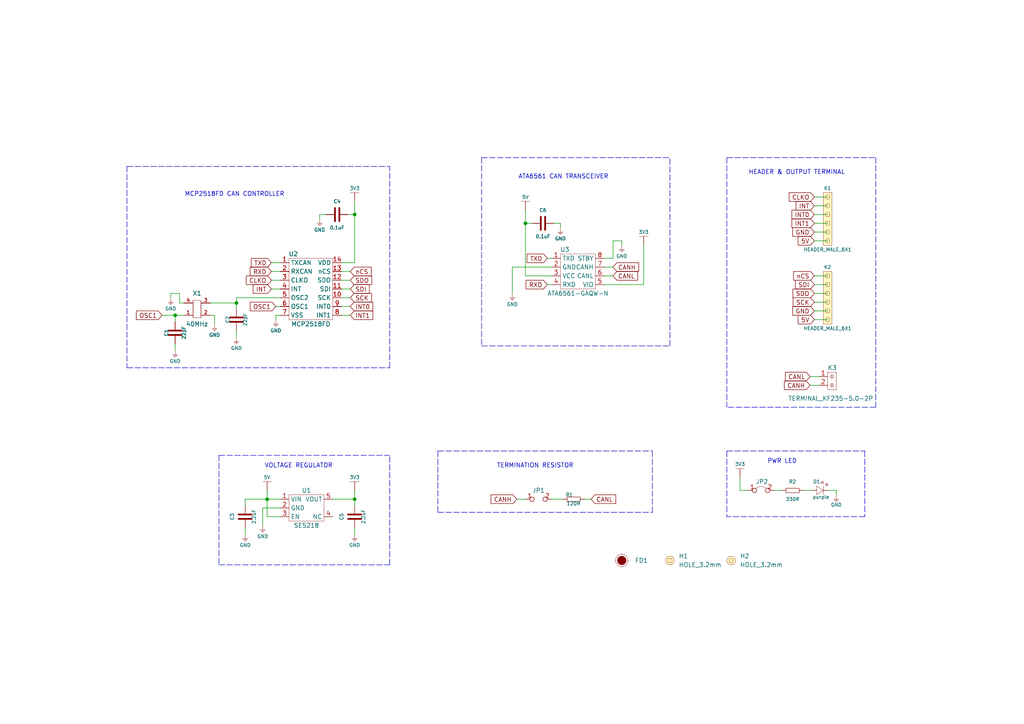
<source format=kicad_sch>
(kicad_sch (version 20210126) (generator eeschema)

  (paper "A4")

  (lib_symbols
    (symbol "e-radionica.com schematics:0402LED" (pin_numbers hide) (pin_names (offset 0.254) hide) (in_bom yes) (on_board yes)
      (property "Reference" "D" (id 0) (at -0.635 2.54 0)
        (effects (font (size 1 1)))
      )
      (property "Value" "0402LED" (id 1) (at 0 -2.54 0)
        (effects (font (size 1 1)))
      )
      (property "Footprint" "e-radionica.com footprinti:0402LED" (id 2) (at 0 5.08 0)
        (effects (font (size 1 1)) hide)
      )
      (property "Datasheet" "" (id 3) (at 0 0 0)
        (effects (font (size 1 1)) hide)
      )
      (symbol "0402LED_0_1"
        (polyline
          (pts
            (xy -0.635 1.27)
            (xy -0.635 -1.27)
            (xy 1.27 0)
          )
          (stroke (width 0.0006)) (fill (type none))
        )
        (polyline
          (pts
            (xy -0.635 1.27)
            (xy 1.27 0)
          )
          (stroke (width 0.0006)) (fill (type none))
        )
        (polyline
          (pts
            (xy 1.27 1.27)
            (xy 1.27 -1.27)
          )
          (stroke (width 0.0006)) (fill (type none))
        )
        (polyline
          (pts
            (xy 0.635 1.905)
            (xy 1.27 2.54)
          )
          (stroke (width 0.0006)) (fill (type none))
        )
        (polyline
          (pts
            (xy 1.905 1.27)
            (xy 2.54 1.905)
          )
          (stroke (width 0.0006)) (fill (type none))
        )
        (polyline
          (pts
            (xy 2.54 1.905)
            (xy 1.905 1.905)
            (xy 2.54 1.27)
            (xy 2.54 1.905)
          )
          (stroke (width 0.0006)) (fill (type none))
        )
        (polyline
          (pts
            (xy 1.27 2.54)
            (xy 0.635 2.54)
            (xy 1.27 1.905)
            (xy 1.27 2.54)
          )
          (stroke (width 0.0006)) (fill (type none))
        )
      )
      (symbol "0402LED_1_1"
        (pin passive line (at -1.905 0 0) (length 1.27)
          (name "A" (effects (font (size 1.27 1.27))))
          (number "1" (effects (font (size 1.27 1.27))))
        )
        (pin passive line (at 2.54 0 180) (length 1.27)
          (name "K" (effects (font (size 1.27 1.27))))
          (number "2" (effects (font (size 1.27 1.27))))
        )
      )
    )
    (symbol "e-radionica.com schematics:0402R" (pin_numbers hide) (pin_names (offset 0.254)) (in_bom yes) (on_board yes)
      (property "Reference" "R" (id 0) (at -1.905 1.27 0)
        (effects (font (size 1 1)))
      )
      (property "Value" "0402R" (id 1) (at 0 -1.27 0)
        (effects (font (size 1 1)))
      )
      (property "Footprint" "e-radionica.com footprinti:0402R" (id 2) (at -2.54 1.905 0)
        (effects (font (size 1 1)) hide)
      )
      (property "Datasheet" "" (id 3) (at -2.54 1.905 0)
        (effects (font (size 1 1)) hide)
      )
      (symbol "0402R_0_1"
        (rectangle (start -1.905 0.635) (end -1.8796 -0.635)
          (stroke (width 0.1)) (fill (type none))
        )
        (rectangle (start -1.905 0.635) (end 1.905 0.6096)
          (stroke (width 0.1)) (fill (type none))
        )
        (rectangle (start -1.905 -0.635) (end 1.905 -0.6604)
          (stroke (width 0.1)) (fill (type none))
        )
        (rectangle (start 1.905 0.635) (end 1.9304 -0.635)
          (stroke (width 0.1)) (fill (type none))
        )
      )
      (symbol "0402R_1_1"
        (pin passive line (at -3.175 0 0) (length 1.27)
          (name "~" (effects (font (size 1.27 1.27))))
          (number "1" (effects (font (size 1.27 1.27))))
        )
        (pin passive line (at 3.175 0 180) (length 1.27)
          (name "~" (effects (font (size 1.27 1.27))))
          (number "2" (effects (font (size 1.27 1.27))))
        )
      )
    )
    (symbol "e-radionica.com schematics:0603C" (pin_numbers hide) (pin_names (offset 0.002)) (in_bom yes) (on_board yes)
      (property "Reference" "C" (id 0) (at -0.635 3.175 0)
        (effects (font (size 1 1)))
      )
      (property "Value" "0603C" (id 1) (at 0 -3.175 0)
        (effects (font (size 1 1)))
      )
      (property "Footprint" "e-radionica.com footprinti:0603C" (id 2) (at 0 0 0)
        (effects (font (size 1 1)) hide)
      )
      (property "Datasheet" "" (id 3) (at 0 0 0)
        (effects (font (size 1 1)) hide)
      )
      (symbol "0603C_0_1"
        (polyline
          (pts
            (xy -0.635 1.905)
            (xy -0.635 -1.905)
          )
          (stroke (width 0.5)) (fill (type none))
        )
        (polyline
          (pts
            (xy 0.635 1.905)
            (xy 0.635 -1.905)
          )
          (stroke (width 0.5)) (fill (type none))
        )
      )
      (symbol "0603C_1_1"
        (pin passive line (at 3.175 0 180) (length 2.54)
          (name "~" (effects (font (size 1.27 1.27))))
          (number "2" (effects (font (size 1.27 1.27))))
        )
        (pin passive line (at -3.175 0 0) (length 2.54)
          (name "~" (effects (font (size 1.27 1.27))))
          (number "1" (effects (font (size 1.27 1.27))))
        )
      )
    )
    (symbol "e-radionica.com schematics:0603R" (pin_numbers hide) (pin_names (offset 0.254)) (in_bom yes) (on_board yes)
      (property "Reference" "R" (id 0) (at -1.905 1.905 0)
        (effects (font (size 1 1)))
      )
      (property "Value" "0603R" (id 1) (at 0 -1.905 0)
        (effects (font (size 1 1)))
      )
      (property "Footprint" "e-radionica.com footprinti:0603R" (id 2) (at -0.635 1.905 0)
        (effects (font (size 1 1)) hide)
      )
      (property "Datasheet" "" (id 3) (at -0.635 1.905 0)
        (effects (font (size 1 1)) hide)
      )
      (symbol "0603R_0_1"
        (rectangle (start -1.905 0.635) (end -1.8796 -0.635)
          (stroke (width 0.1)) (fill (type none))
        )
        (rectangle (start -1.905 0.635) (end 1.905 0.6096)
          (stroke (width 0.1)) (fill (type none))
        )
        (rectangle (start -1.905 -0.635) (end 1.905 -0.6604)
          (stroke (width 0.1)) (fill (type none))
        )
        (rectangle (start 1.905 0.635) (end 1.9304 -0.635)
          (stroke (width 0.1)) (fill (type none))
        )
      )
      (symbol "0603R_1_1"
        (pin passive line (at -3.175 0 0) (length 1.27)
          (name "~" (effects (font (size 1.27 1.27))))
          (number "1" (effects (font (size 1.27 1.27))))
        )
        (pin passive line (at 3.175 0 180) (length 1.27)
          (name "~" (effects (font (size 1.27 1.27))))
          (number "2" (effects (font (size 1.27 1.27))))
        )
      )
    )
    (symbol "e-radionica.com schematics:3V3" (power) (pin_names (offset 0)) (in_bom yes) (on_board yes)
      (property "Reference" "#PWR" (id 0) (at 4.445 0 0)
        (effects (font (size 1 1)) hide)
      )
      (property "Value" "3V3" (id 1) (at 0 3.556 0)
        (effects (font (size 1 1)))
      )
      (property "Footprint" "" (id 2) (at 4.445 3.81 0)
        (effects (font (size 1 1)) hide)
      )
      (property "Datasheet" "" (id 3) (at 4.445 3.81 0)
        (effects (font (size 1 1)) hide)
      )
      (property "ki_keywords" "power-flag" (id 4) (at 0 0 0)
        (effects (font (size 1.27 1.27)) hide)
      )
      (property "ki_description" "Power symbol creates a global label with name \"+3V3\"" (id 5) (at 0 0 0)
        (effects (font (size 1.27 1.27)) hide)
      )
      (symbol "3V3_0_1"
        (polyline
          (pts
            (xy 0 0)
            (xy 0 2.54)
          )
          (stroke (width 0)) (fill (type none))
        )
        (polyline
          (pts
            (xy -1.27 2.54)
            (xy 1.27 2.54)
          )
          (stroke (width 0.0006)) (fill (type none))
        )
      )
      (symbol "3V3_1_1"
        (pin power_in line (at 0 0 90) (length 0) hide
          (name "3V3" (effects (font (size 1.27 1.27))))
          (number "1" (effects (font (size 1.27 1.27))))
        )
      )
    )
    (symbol "e-radionica.com schematics:5V" (power) (pin_names (offset 0)) (in_bom yes) (on_board yes)
      (property "Reference" "#PWR" (id 0) (at 4.445 0 0)
        (effects (font (size 1 1)) hide)
      )
      (property "Value" "5V" (id 1) (at 0 3.556 0)
        (effects (font (size 1 1)))
      )
      (property "Footprint" "" (id 2) (at 4.445 3.81 0)
        (effects (font (size 1 1)) hide)
      )
      (property "Datasheet" "" (id 3) (at 4.445 3.81 0)
        (effects (font (size 1 1)) hide)
      )
      (property "ki_keywords" "power-flag" (id 4) (at 0 0 0)
        (effects (font (size 1.27 1.27)) hide)
      )
      (property "ki_description" "Power symbol creates a global label with name \"+3V3\"" (id 5) (at 0 0 0)
        (effects (font (size 1.27 1.27)) hide)
      )
      (symbol "5V_0_1"
        (polyline
          (pts
            (xy 0 0)
            (xy 0 2.54)
          )
          (stroke (width 0)) (fill (type none))
        )
        (polyline
          (pts
            (xy -1.27 2.54)
            (xy 1.27 2.54)
          )
          (stroke (width 0.0006)) (fill (type none))
        )
      )
      (symbol "5V_1_1"
        (pin power_in line (at 0 0 90) (length 0) hide
          (name "5V" (effects (font (size 1.27 1.27))))
          (number "1" (effects (font (size 1.27 1.27))))
        )
      )
    )
    (symbol "e-radionica.com schematics:ATA6561-GAQW-N" (in_bom yes) (on_board yes)
      (property "Reference" "U" (id 0) (at -1.27 6.35 0)
        (effects (font (size 1.27 1.27)))
      )
      (property "Value" "ATA6561-GAQW-N" (id 1) (at 0 -6.35 0)
        (effects (font (size 1.27 1.27)))
      )
      (property "Footprint" "Package_SO:SOIC-8-1EP_3.9x4.9mm_P1.27mm_EP2.29x3mm_ThermalVias" (id 2) (at -5.08 0 0)
        (effects (font (size 1.27 1.27)) hide)
      )
      (property "Datasheet" "" (id 3) (at -5.08 0 0)
        (effects (font (size 1.27 1.27)) hide)
      )
      (symbol "ATA6561-GAQW-N_0_1"
        (rectangle (start -5.08 5.08) (end 5.08 -5.08)
          (stroke (width 0.0006)) (fill (type none))
        )
        (rectangle (start -7.62 3.81) (end -7.62 3.81)
          (stroke (width 0.0006)) (fill (type none))
        )
      )
      (symbol "ATA6561-GAQW-N_1_1"
        (pin passive line (at -7.62 3.81 0) (length 2.54)
          (name "TXD" (effects (font (size 1.27 1.27))))
          (number "1" (effects (font (size 1.27 1.27))))
        )
        (pin passive line (at -7.62 1.27 0) (length 2.54)
          (name "GND" (effects (font (size 1.27 1.27))))
          (number "2" (effects (font (size 1.27 1.27))))
        )
        (pin passive line (at -7.62 -1.27 0) (length 2.54)
          (name "VCC" (effects (font (size 1.27 1.27))))
          (number "3" (effects (font (size 1.27 1.27))))
        )
        (pin passive line (at -7.62 -3.81 0) (length 2.54)
          (name "RXD" (effects (font (size 1.27 1.27))))
          (number "4" (effects (font (size 1.27 1.27))))
        )
        (pin passive line (at 7.62 -3.81 180) (length 2.54)
          (name "VIO" (effects (font (size 1.27 1.27))))
          (number "5" (effects (font (size 1.27 1.27))))
        )
        (pin passive line (at 7.62 -1.27 180) (length 2.54)
          (name "CANL" (effects (font (size 1.27 1.27))))
          (number "6" (effects (font (size 1.27 1.27))))
        )
        (pin passive line (at 7.62 1.27 180) (length 2.54)
          (name "CANH" (effects (font (size 1.27 1.27))))
          (number "7" (effects (font (size 1.27 1.27))))
        )
        (pin passive line (at 7.62 3.81 180) (length 2.54)
          (name "STBY" (effects (font (size 1.27 1.27))))
          (number "8" (effects (font (size 1.27 1.27))))
        )
      )
    )
    (symbol "e-radionica.com schematics:Fiducial_Stencil" (pin_numbers hide) (pin_names hide) (in_bom yes) (on_board yes)
      (property "Reference" "FD?" (id 0) (at 0 3.048 0)
        (effects (font (size 1.27 1.27)))
      )
      (property "Value" "Fiducial_Stencil" (id 1) (at 0 -2.794 0)
        (effects (font (size 1.27 1.27)) hide)
      )
      (property "Footprint" "e-radionica.com footprinti:FIDUCIAL_1MM_PASTE" (id 2) (at 0 -6.35 0)
        (effects (font (size 1.27 1.27)) hide)
      )
      (property "Datasheet" "" (id 3) (at 0 0 0)
        (effects (font (size 1.27 1.27)) hide)
      )
      (symbol "Fiducial_Stencil_0_1"
        (circle (center 0 0) (radius 1.7961) (stroke (width 0.0006)) (fill (type none)))
        (circle (center 0 0) (radius 1.27) (stroke (width 0.001)) (fill (type outline)))
        (polyline
          (pts
            (xy 1.778 0)
            (xy 2.032 0)
          )
          (stroke (width 0.0006)) (fill (type none))
        )
        (polyline
          (pts
            (xy 0 1.778)
            (xy 0 2.032)
          )
          (stroke (width 0.0006)) (fill (type none))
        )
        (polyline
          (pts
            (xy -1.778 0)
            (xy -2.032 0)
          )
          (stroke (width 0.0006)) (fill (type none))
        )
        (polyline
          (pts
            (xy 0 -1.778)
            (xy 0 -2.032)
          )
          (stroke (width 0.0006)) (fill (type none))
        )
      )
    )
    (symbol "e-radionica.com schematics:GND" (power) (pin_names (offset 0)) (in_bom yes) (on_board yes)
      (property "Reference" "#PWR" (id 0) (at 4.445 0 0)
        (effects (font (size 1 1)) hide)
      )
      (property "Value" "GND" (id 1) (at 0 -2.921 0)
        (effects (font (size 1 1)))
      )
      (property "Footprint" "" (id 2) (at 4.445 3.81 0)
        (effects (font (size 1 1)) hide)
      )
      (property "Datasheet" "" (id 3) (at 4.445 3.81 0)
        (effects (font (size 1 1)) hide)
      )
      (property "ki_keywords" "power-flag" (id 4) (at 0 0 0)
        (effects (font (size 1.27 1.27)) hide)
      )
      (property "ki_description" "Power symbol creates a global label with name \"+3V3\"" (id 5) (at 0 0 0)
        (effects (font (size 1.27 1.27)) hide)
      )
      (symbol "GND_0_1"
        (polyline
          (pts
            (xy 0 0)
            (xy 0 -1.27)
          )
          (stroke (width 0.0006)) (fill (type none))
        )
        (polyline
          (pts
            (xy -0.762 -1.27)
            (xy 0.762 -1.27)
          )
          (stroke (width 0.0006)) (fill (type none))
        )
        (polyline
          (pts
            (xy -0.381 -1.778)
            (xy 0.381 -1.778)
          )
          (stroke (width 0.0006)) (fill (type none))
        )
        (polyline
          (pts
            (xy -0.127 -2.032)
            (xy 0.127 -2.032)
          )
          (stroke (width 0.0006)) (fill (type none))
        )
        (polyline
          (pts
            (xy -0.635 -1.524)
            (xy 0.635 -1.524)
          )
          (stroke (width 0.0006)) (fill (type none))
        )
      )
      (symbol "GND_1_1"
        (pin power_in line (at 0 0 270) (length 0) hide
          (name "GND" (effects (font (size 1.27 1.27))))
          (number "1" (effects (font (size 1.27 1.27))))
        )
      )
    )
    (symbol "e-radionica.com schematics:GND_3" (power) (pin_names (offset 0)) (in_bom yes) (on_board yes)
      (property "Reference" "#PWR" (id 0) (at 4.445 0 0)
        (effects (font (size 1 1)) hide)
      )
      (property "Value" "GND" (id 1) (at 0 -2.921 0)
        (effects (font (size 1 1)))
      )
      (property "Footprint" "" (id 2) (at 4.445 3.81 0)
        (effects (font (size 1 1)) hide)
      )
      (property "Datasheet" "" (id 3) (at 4.445 3.81 0)
        (effects (font (size 1 1)) hide)
      )
      (property "ki_keywords" "power-flag" (id 4) (at 0 0 0)
        (effects (font (size 1.27 1.27)) hide)
      )
      (property "ki_description" "Power symbol creates a global label with name \"+3V3\"" (id 5) (at 0 0 0)
        (effects (font (size 1.27 1.27)) hide)
      )
      (symbol "GND_3_0_1"
        (polyline
          (pts
            (xy 0 0)
            (xy 0 -1.27)
          )
          (stroke (width 0.0006)) (fill (type none))
        )
        (polyline
          (pts
            (xy -0.762 -1.27)
            (xy 0.762 -1.27)
          )
          (stroke (width 0.0006)) (fill (type none))
        )
        (polyline
          (pts
            (xy -0.381 -1.778)
            (xy 0.381 -1.778)
          )
          (stroke (width 0.0006)) (fill (type none))
        )
        (polyline
          (pts
            (xy -0.127 -2.032)
            (xy 0.127 -2.032)
          )
          (stroke (width 0.0006)) (fill (type none))
        )
        (polyline
          (pts
            (xy -0.635 -1.524)
            (xy 0.635 -1.524)
          )
          (stroke (width 0.0006)) (fill (type none))
        )
      )
      (symbol "GND_3_1_1"
        (pin power_in line (at 0 0 270) (length 0) hide
          (name "GND" (effects (font (size 1.27 1.27))))
          (number "1" (effects (font (size 1.27 1.27))))
        )
      )
    )
    (symbol "e-radionica.com schematics:HEADER_MALE_6X1" (pin_numbers hide) (pin_names hide) (in_bom yes) (on_board yes)
      (property "Reference" "K" (id 0) (at -0.635 10.16 0)
        (effects (font (size 1 1)))
      )
      (property "Value" "HEADER_MALE_6X1" (id 1) (at 1.27 -7.62 0)
        (effects (font (size 1 1)))
      )
      (property "Footprint" "e-radionica.com footprinti:HEADER_MALE_6X1" (id 2) (at 0 0 0)
        (effects (font (size 1 1)) hide)
      )
      (property "Datasheet" "" (id 3) (at 0 0 0)
        (effects (font (size 1 1)) hide)
      )
      (symbol "HEADER_MALE_6X1_0_1"
        (circle (center 0 7.62) (radius 0.635) (stroke (width 0.0006)) (fill (type none)))
        (circle (center 0 5.08) (radius 0.635) (stroke (width 0.0006)) (fill (type none)))
        (circle (center 0 2.54) (radius 0.635) (stroke (width 0.0006)) (fill (type none)))
        (circle (center 0 0) (radius 0.635) (stroke (width 0.0006)) (fill (type none)))
        (circle (center 0 -2.54) (radius 0.635) (stroke (width 0.0006)) (fill (type none)))
        (circle (center 0 -5.08) (radius 0.635) (stroke (width 0.0006)) (fill (type none)))
        (rectangle (start 1.27 -6.35) (end -1.27 8.89)
          (stroke (width 0.001)) (fill (type background))
        )
      )
      (symbol "HEADER_MALE_6X1_1_1"
        (pin passive line (at 0 -5.08 180) (length 0)
          (name "~" (effects (font (size 0.991 0.991))))
          (number "1" (effects (font (size 0.991 0.991))))
        )
        (pin passive line (at 0 -2.54 180) (length 0)
          (name "~" (effects (font (size 0.991 0.991))))
          (number "2" (effects (font (size 0.991 0.991))))
        )
        (pin passive line (at 0 0 180) (length 0)
          (name "~" (effects (font (size 0.991 0.991))))
          (number "3" (effects (font (size 0.991 0.991))))
        )
        (pin passive line (at 0 2.54 180) (length 0)
          (name "~" (effects (font (size 0.991 0.991))))
          (number "4" (effects (font (size 0.991 0.991))))
        )
        (pin passive line (at 0 5.08 180) (length 0)
          (name "~" (effects (font (size 0.991 0.991))))
          (number "5" (effects (font (size 0.991 0.991))))
        )
        (pin passive line (at 0 7.62 180) (length 0)
          (name "~" (effects (font (size 0.991 0.991))))
          (number "6" (effects (font (size 0.991 0.991))))
        )
      )
    )
    (symbol "e-radionica.com schematics:HOLE_3.2mm" (pin_numbers hide) (pin_names hide) (in_bom yes) (on_board yes)
      (property "Reference" "H" (id 0) (at 0 2.54 0)
        (effects (font (size 1.27 1.27)))
      )
      (property "Value" "HOLE_3.2mm" (id 1) (at 0 -2.54 0)
        (effects (font (size 1.27 1.27)))
      )
      (property "Footprint" "e-radionica.com footprinti:HOLE_3.2mm" (id 2) (at 0 0 0)
        (effects (font (size 1.27 1.27)) hide)
      )
      (property "Datasheet" "" (id 3) (at 0 0 0)
        (effects (font (size 1.27 1.27)) hide)
      )
      (symbol "HOLE_3.2mm_0_1"
        (circle (center 0 0) (radius 1.27) (stroke (width 0.001)) (fill (type background)))
        (circle (center 0 0) (radius 0.635) (stroke (width 0.0006)) (fill (type none)))
      )
    )
    (symbol "e-radionica.com schematics:KRISTAL_3225_4_PAD" (in_bom yes) (on_board yes)
      (property "Reference" "X" (id 0) (at 0 5.588 0)
        (effects (font (size 1.27 1.27)))
      )
      (property "Value" "KRISTAL_3225_4_PAD" (id 1) (at 0.508 -3.302 0)
        (effects (font (size 1.27 1.27)))
      )
      (property "Footprint" "e-radionica.com footprinti:KRISTAL_3225__4_PAD" (id 2) (at 0 0 0)
        (effects (font (size 1.27 1.27)) hide)
      )
      (property "Datasheet" "" (id 3) (at 0 0 0)
        (effects (font (size 1.27 1.27)) hide)
      )
      (symbol "KRISTAL_3225_4_PAD_0_1"
        (polyline
          (pts
            (xy -1.27 3.048)
            (xy -1.27 -2.032)
          )
          (stroke (width 0.0006)) (fill (type none))
        )
        (polyline
          (pts
            (xy 1.27 3.048)
            (xy 1.27 -2.032)
            (xy 1.27 -0.762)
          )
          (stroke (width 0.0006)) (fill (type none))
        )
        (polyline
          (pts
            (xy -1.016 3.048)
            (xy -1.016 -2.032)
            (xy 1.016 -2.032)
            (xy 1.016 3.048)
            (xy -1.016 3.048)
            (xy 0.762 3.048)
          )
          (stroke (width 0.0006)) (fill (type none))
        )
      )
      (symbol "KRISTAL_3225_4_PAD_1_1"
        (pin input line (at -3.81 2.286 0) (length 2.54)
          (name "" (effects (font (size 1 1))))
          (number "4" (effects (font (size 1 1))))
        )
        (pin passive line (at 3.81 2.286 180) (length 2.54)
          (name "" (effects (font (size 1 1))))
          (number "3" (effects (font (size 1 1))))
        )
        (pin passive line (at -3.81 -1.27 0) (length 2.54)
          (name "" (effects (font (size 1 1))))
          (number "1" (effects (font (size 1 1))))
        )
        (pin output line (at 3.81 -1.27 180) (length 2.54)
          (name "" (effects (font (size 1 1))))
          (number "2" (effects (font (size 1 1))))
        )
      )
    )
    (symbol "e-radionica.com schematics:MCP2518FD" (in_bom yes) (on_board yes)
      (property "Reference" "U" (id 0) (at 0 10.16 0)
        (effects (font (size 1.27 1.27)))
      )
      (property "Value" "MCP2518FD" (id 1) (at 0 -10.16 0)
        (effects (font (size 1.27 1.27)))
      )
      (property "Footprint" "Package_SO:SOIC-14_3.9x8.7mm_P1.27mm" (id 2) (at 6.35 0 0)
        (effects (font (size 1.27 1.27)) hide)
      )
      (property "Datasheet" "" (id 3) (at 6.35 0 0)
        (effects (font (size 1.27 1.27)) hide)
      )
      (symbol "MCP2518FD_0_1"
        (rectangle (start -6.35 8.89) (end 6.35 -8.89)
          (stroke (width 0.0006)) (fill (type none))
        )
      )
      (symbol "MCP2518FD_1_1"
        (pin passive line (at -8.89 7.62 0) (length 2.54)
          (name "TXCAN" (effects (font (size 1.27 1.27))))
          (number "1" (effects (font (size 1.27 1.27))))
        )
        (pin passive line (at -8.89 5.08 0) (length 2.54)
          (name "RXCAN" (effects (font (size 1.27 1.27))))
          (number "2" (effects (font (size 1.27 1.27))))
        )
        (pin passive line (at -8.89 2.54 0) (length 2.54)
          (name "CLKO" (effects (font (size 1.27 1.27))))
          (number "3" (effects (font (size 1.27 1.27))))
        )
        (pin passive line (at -8.89 0 0) (length 2.54)
          (name "INT" (effects (font (size 1.27 1.27))))
          (number "4" (effects (font (size 1.27 1.27))))
        )
        (pin passive line (at -8.89 -2.54 0) (length 2.54)
          (name "OSC2" (effects (font (size 1.27 1.27))))
          (number "5" (effects (font (size 1.27 1.27))))
        )
        (pin passive line (at -8.89 -5.08 0) (length 2.54)
          (name "OSC1" (effects (font (size 1.27 1.27))))
          (number "6" (effects (font (size 1.27 1.27))))
        )
        (pin passive line (at -8.89 -7.62 0) (length 2.54)
          (name "VSS" (effects (font (size 1.27 1.27))))
          (number "7" (effects (font (size 1.27 1.27))))
        )
        (pin passive line (at 8.89 -7.62 180) (length 2.54)
          (name "INT1" (effects (font (size 1.27 1.27))))
          (number "8" (effects (font (size 1.27 1.27))))
        )
        (pin passive line (at 8.89 -5.08 180) (length 2.54)
          (name "INT0" (effects (font (size 1.27 1.27))))
          (number "9" (effects (font (size 1.27 1.27))))
        )
        (pin passive line (at 8.89 -2.54 180) (length 2.54)
          (name "SCK" (effects (font (size 1.27 1.27))))
          (number "10" (effects (font (size 1.27 1.27))))
        )
        (pin passive line (at 8.89 0 180) (length 2.54)
          (name "SDI" (effects (font (size 1.27 1.27))))
          (number "11" (effects (font (size 1.27 1.27))))
        )
        (pin passive line (at 8.89 2.54 180) (length 2.54)
          (name "SDO" (effects (font (size 1.27 1.27))))
          (number "12" (effects (font (size 1.27 1.27))))
        )
        (pin passive line (at 8.89 5.08 180) (length 2.54)
          (name "nCS" (effects (font (size 1.27 1.27))))
          (number "13" (effects (font (size 1.27 1.27))))
        )
        (pin passive line (at 8.89 7.62 180) (length 2.54)
          (name "VDD" (effects (font (size 1.27 1.27))))
          (number "14" (effects (font (size 1.27 1.27))))
        )
      )
    )
    (symbol "e-radionica.com schematics:SE5218" (in_bom yes) (on_board yes)
      (property "Reference" "U" (id 0) (at -3.81 5.08 0)
        (effects (font (size 1.27 1.27)))
      )
      (property "Value" "SE5218" (id 1) (at 0 -5.08 0)
        (effects (font (size 1.27 1.27)))
      )
      (property "Footprint" "e-radionica.com footprinti:SOT-23-5" (id 2) (at 0 0 0)
        (effects (font (size 1.27 1.27)) hide)
      )
      (property "Datasheet" "" (id 3) (at 0 0 0)
        (effects (font (size 1.27 1.27)) hide)
      )
      (symbol "SE5218_0_1"
        (rectangle (start -5.08 3.81) (end 5.08 -3.81)
          (stroke (width 0.0006)) (fill (type none))
        )
      )
      (symbol "SE5218_1_1"
        (pin power_in line (at -7.62 2.54 0) (length 2.54)
          (name "VIN" (effects (font (size 1.27 1.27))))
          (number "1" (effects (font (size 1.27 1.27))))
        )
        (pin power_in line (at -7.62 0 0) (length 2.54)
          (name "GND" (effects (font (size 1.27 1.27))))
          (number "2" (effects (font (size 1.27 1.27))))
        )
        (pin input line (at -7.62 -2.54 0) (length 2.54)
          (name "EN" (effects (font (size 1.27 1.27))))
          (number "3" (effects (font (size 1.27 1.27))))
        )
        (pin passive line (at 7.62 -2.54 180) (length 2.54)
          (name "NC" (effects (font (size 1.27 1.27))))
          (number "4" (effects (font (size 1.27 1.27))))
        )
        (pin power_out line (at 7.62 2.54 180) (length 2.54)
          (name "VOUT" (effects (font (size 1.27 1.27))))
          (number "5" (effects (font (size 1.27 1.27))))
        )
      )
    )
    (symbol "e-radionica.com schematics:SMD-JUMPER-CONNECTED_TRACE_NOSLODERMASK" (in_bom yes) (on_board yes)
      (property "Reference" "JP" (id 0) (at 0 3.556 0)
        (effects (font (size 1.27 1.27)))
      )
      (property "Value" "SMD-JUMPER-CONNECTED_TRACE_NOSLODERMASK" (id 1) (at 0 -2.54 0)
        (effects (font (size 1.27 1.27)))
      )
      (property "Footprint" "e-radionica.com footprinti:SMD-JUMPER-CONNECTED_TRACE_NOSLODERMASK" (id 2) (at 0 0 0)
        (effects (font (size 1.27 1.27)) hide)
      )
      (property "Datasheet" "" (id 3) (at 0 0 0)
        (effects (font (size 1.27 1.27)) hide)
      )
      (symbol "SMD-JUMPER-CONNECTED_TRACE_NOSLODERMASK_0_1"
        (arc (start -1.8034 0.5588) (end 1.397 0.5842) (radius (at -0.1875 -1.4124) (length 2.5489) (angles 129.3 51.6))
          (stroke (width 0.0006)) (fill (type none))
        )
      )
      (symbol "SMD-JUMPER-CONNECTED_TRACE_NOSLODERMASK_1_1"
        (pin passive inverted (at -4.064 0 0) (length 2.54)
          (name "" (effects (font (size 1.27 1.27))))
          (number "1" (effects (font (size 1.27 1.27))))
        )
        (pin passive inverted (at 3.556 0 180) (length 2.54)
          (name "" (effects (font (size 1.27 1.27))))
          (number "2" (effects (font (size 1.27 1.27))))
        )
      )
    )
    (symbol "e-radionica.com schematics:SMD_JUMPER" (in_bom yes) (on_board yes)
      (property "Reference" "JP" (id 0) (at 0 1.397 0)
        (effects (font (size 1.27 1.27)))
      )
      (property "Value" "SMD_JUMPER" (id 1) (at 0.508 -3.048 0)
        (effects (font (size 1.27 1.27)))
      )
      (property "Footprint" "e-radionica.com footprinti:SMD_JUMPER" (id 2) (at 0 0 0)
        (effects (font (size 1.27 1.27)) hide)
      )
      (property "Datasheet" "" (id 3) (at 0 0 0)
        (effects (font (size 1.27 1.27)) hide)
      )
      (symbol "SMD_JUMPER_1_1"
        (pin passive inverted (at -3.81 0 0) (length 2.54)
          (name "" (effects (font (size 1.27 1.27))))
          (number "1" (effects (font (size 1.27 1.27))))
        )
        (pin passive inverted (at 3.81 0 180) (length 2.54)
          (name "" (effects (font (size 1.27 1.27))))
          (number "2" (effects (font (size 1.27 1.27))))
        )
      )
    )
    (symbol "e-radionica.com schematics:TERMINAL_KF235-5.0-2P" (in_bom yes) (on_board yes)
      (property "Reference" "K" (id 0) (at 0 3.81 0)
        (effects (font (size 1.27 1.27)))
      )
      (property "Value" "TERMINAL_KF235-5.0-2P" (id 1) (at 0 -3.81 0)
        (effects (font (size 1.27 1.27)))
      )
      (property "Footprint" "e-radionica.com footprinti:TERMINAL_KF235-5.0-2P" (id 2) (at 0 0 0)
        (effects (font (size 1.27 1.27)) hide)
      )
      (property "Datasheet" "" (id 3) (at 0 0 0)
        (effects (font (size 1.27 1.27)) hide)
      )
      (symbol "TERMINAL_KF235-5.0-2P_0_1"
        (circle (center 0 1.27) (radius 0.508) (stroke (width 0.0006)) (fill (type none)))
        (circle (center 0 -1.27) (radius 0.508) (stroke (width 0.0006)) (fill (type none)))
        (rectangle (start -1.27 2.54) (end 1.27 -2.54)
          (stroke (width 0.0006)) (fill (type none))
        )
        (polyline
          (pts
            (xy 0 -0.762)
            (xy 0 -1.778)
          )
          (stroke (width 0.0006)) (fill (type none))
        )
        (polyline
          (pts
            (xy -0.254 -1.27)
            (xy 0.254 -1.27)
          )
          (stroke (width 0.0006)) (fill (type none))
        )
        (polyline
          (pts
            (xy 0 1.778)
            (xy 0 0.762)
          )
          (stroke (width 0.0006)) (fill (type none))
        )
        (polyline
          (pts
            (xy -0.254 1.27)
            (xy 0.254 1.27)
          )
          (stroke (width 0.0006)) (fill (type none))
        )
      )
      (symbol "TERMINAL_KF235-5.0-2P_1_1"
        (pin input line (at -3.81 1.27 0) (length 2.54)
          (name "~" (effects (font (size 1.27 1.27))))
          (number "1" (effects (font (size 1.27 1.27))))
        )
        (pin input line (at -3.81 -1.27 0) (length 2.54)
          (name "~" (effects (font (size 1.27 1.27))))
          (number "2" (effects (font (size 1.27 1.27))))
        )
      )
    )
  )

  (junction (at 50.8 91.44) (diameter 0.9144) (color 0 0 0 0))
  (junction (at 68.58 87.884) (diameter 0.9144) (color 0 0 0 0))
  (junction (at 77.47 144.78) (diameter 0.9144) (color 0 0 0 0))
  (junction (at 102.87 62.23) (diameter 0.9144) (color 0 0 0 0))
  (junction (at 102.87 144.78) (diameter 0.9144) (color 0 0 0 0))
  (junction (at 152.4 64.77) (diameter 0.9144) (color 0 0 0 0))

  (wire (pts (xy 46.99 91.44) (xy 50.8 91.44))
    (stroke (width 0) (type solid) (color 0 0 0 0))
    (uuid ec0e3951-8976-4e89-9996-299c5d39d7fc)
  )
  (wire (pts (xy 49.53 85.09) (xy 49.53 86.36))
    (stroke (width 0) (type solid) (color 0 0 0 0))
    (uuid d58c9096-f096-4661-aaac-39edb77abf0b)
  )
  (wire (pts (xy 50.8 91.44) (xy 50.8 93.345))
    (stroke (width 0) (type solid) (color 0 0 0 0))
    (uuid b8137ccd-20e5-409c-af5b-bc1501196450)
  )
  (wire (pts (xy 50.8 91.44) (xy 53.34 91.44))
    (stroke (width 0) (type solid) (color 0 0 0 0))
    (uuid ec0e3951-8976-4e89-9996-299c5d39d7fc)
  )
  (wire (pts (xy 50.8 99.695) (xy 50.8 101.6))
    (stroke (width 0) (type solid) (color 0 0 0 0))
    (uuid f598373f-2e3c-4f3e-80c1-bf6b5f476b38)
  )
  (wire (pts (xy 52.07 85.09) (xy 49.53 85.09))
    (stroke (width 0) (type solid) (color 0 0 0 0))
    (uuid d58c9096-f096-4661-aaac-39edb77abf0b)
  )
  (wire (pts (xy 52.07 87.884) (xy 52.07 85.09))
    (stroke (width 0) (type solid) (color 0 0 0 0))
    (uuid d58c9096-f096-4661-aaac-39edb77abf0b)
  )
  (wire (pts (xy 53.34 87.884) (xy 52.07 87.884))
    (stroke (width 0) (type solid) (color 0 0 0 0))
    (uuid d58c9096-f096-4661-aaac-39edb77abf0b)
  )
  (wire (pts (xy 60.96 87.884) (xy 68.58 87.884))
    (stroke (width 0) (type solid) (color 0 0 0 0))
    (uuid 34c3350f-1c1d-4807-a6eb-e1000d0c7652)
  )
  (wire (pts (xy 60.96 91.44) (xy 62.23 91.44))
    (stroke (width 0) (type solid) (color 0 0 0 0))
    (uuid fccdbaed-38e5-4f60-8d8b-18105dff8651)
  )
  (wire (pts (xy 62.23 91.44) (xy 62.23 93.98))
    (stroke (width 0) (type solid) (color 0 0 0 0))
    (uuid fccdbaed-38e5-4f60-8d8b-18105dff8651)
  )
  (wire (pts (xy 68.58 86.36) (xy 81.28 86.36))
    (stroke (width 0) (type solid) (color 0 0 0 0))
    (uuid 34c3350f-1c1d-4807-a6eb-e1000d0c7652)
  )
  (wire (pts (xy 68.58 87.884) (xy 68.58 86.36))
    (stroke (width 0) (type solid) (color 0 0 0 0))
    (uuid 34c3350f-1c1d-4807-a6eb-e1000d0c7652)
  )
  (wire (pts (xy 68.58 87.884) (xy 68.58 89.535))
    (stroke (width 0) (type solid) (color 0 0 0 0))
    (uuid 4375ba67-29d1-48ab-87f2-7ac1bf271f0d)
  )
  (wire (pts (xy 68.58 95.885) (xy 68.58 97.79))
    (stroke (width 0) (type solid) (color 0 0 0 0))
    (uuid b4cf5ae7-5c2a-48b3-b85b-190889b7eed7)
  )
  (wire (pts (xy 71.12 144.78) (xy 77.47 144.78))
    (stroke (width 0) (type solid) (color 0 0 0 0))
    (uuid e4ba639e-0bec-4c5f-b506-02c4e7971bf9)
  )
  (wire (pts (xy 71.12 146.685) (xy 71.12 144.78))
    (stroke (width 0) (type solid) (color 0 0 0 0))
    (uuid e4ba639e-0bec-4c5f-b506-02c4e7971bf9)
  )
  (wire (pts (xy 71.12 153.035) (xy 71.12 154.94))
    (stroke (width 0) (type solid) (color 0 0 0 0))
    (uuid db552687-ec45-4722-b08b-1e589686ed14)
  )
  (wire (pts (xy 76.2 147.32) (xy 76.2 152.4))
    (stroke (width 0) (type solid) (color 0 0 0 0))
    (uuid 62ef4812-ca5b-4807-bff7-ffcbadae4cb3)
  )
  (wire (pts (xy 76.2 147.32) (xy 81.28 147.32))
    (stroke (width 0) (type solid) (color 0 0 0 0))
    (uuid 6e33a085-f979-4de8-bbad-c27e7ad50bea)
  )
  (wire (pts (xy 77.47 144.78) (xy 77.47 142.24))
    (stroke (width 0) (type solid) (color 0 0 0 0))
    (uuid 0436eb38-ceae-4dda-a1a3-278fee15d85b)
  )
  (wire (pts (xy 77.47 149.86) (xy 77.47 144.78))
    (stroke (width 0) (type solid) (color 0 0 0 0))
    (uuid 3224c556-a988-46c1-a68a-e3bf08241606)
  )
  (wire (pts (xy 78.74 76.2) (xy 81.28 76.2))
    (stroke (width 0) (type solid) (color 0 0 0 0))
    (uuid d6af4e82-ccad-43a8-96bd-35010ffe18d0)
  )
  (wire (pts (xy 78.74 78.74) (xy 81.28 78.74))
    (stroke (width 0) (type solid) (color 0 0 0 0))
    (uuid 0d9e1f5b-da51-44d4-a24d-e507629b816b)
  )
  (wire (pts (xy 78.74 81.28) (xy 81.28 81.28))
    (stroke (width 0) (type solid) (color 0 0 0 0))
    (uuid 298a1eba-7d3f-41e4-8947-3f9b5a0be0d9)
  )
  (wire (pts (xy 78.74 83.82) (xy 81.28 83.82))
    (stroke (width 0) (type solid) (color 0 0 0 0))
    (uuid 5a5c3fcd-7ea3-4934-9512-5fc408d0ed67)
  )
  (wire (pts (xy 80.01 88.9) (xy 81.28 88.9))
    (stroke (width 0) (type solid) (color 0 0 0 0))
    (uuid 7af49b88-7238-4cd6-8b6f-528e4aacbafc)
  )
  (wire (pts (xy 80.01 91.44) (xy 80.01 92.71))
    (stroke (width 0) (type solid) (color 0 0 0 0))
    (uuid d7d3309d-47f3-496f-abdc-02eb8f46f0ea)
  )
  (wire (pts (xy 81.28 91.44) (xy 80.01 91.44))
    (stroke (width 0) (type solid) (color 0 0 0 0))
    (uuid d7d3309d-47f3-496f-abdc-02eb8f46f0ea)
  )
  (wire (pts (xy 81.28 144.78) (xy 77.47 144.78))
    (stroke (width 0) (type solid) (color 0 0 0 0))
    (uuid 0436eb38-ceae-4dda-a1a3-278fee15d85b)
  )
  (wire (pts (xy 81.28 149.86) (xy 77.47 149.86))
    (stroke (width 0) (type solid) (color 0 0 0 0))
    (uuid 3224c556-a988-46c1-a68a-e3bf08241606)
  )
  (wire (pts (xy 92.71 62.23) (xy 92.71 63.5))
    (stroke (width 0) (type solid) (color 0 0 0 0))
    (uuid 095a878c-a164-4f13-9b97-581ba9ebf1b4)
  )
  (wire (pts (xy 94.615 62.23) (xy 92.71 62.23))
    (stroke (width 0) (type solid) (color 0 0 0 0))
    (uuid 095a878c-a164-4f13-9b97-581ba9ebf1b4)
  )
  (wire (pts (xy 96.52 144.78) (xy 102.87 144.78))
    (stroke (width 0) (type solid) (color 0 0 0 0))
    (uuid b7bcf619-9bc8-49ae-a741-e5b23bb4d4a2)
  )
  (wire (pts (xy 99.06 76.2) (xy 102.87 76.2))
    (stroke (width 0) (type solid) (color 0 0 0 0))
    (uuid 4a79fa03-45ea-4b85-862c-73f62bd0e57c)
  )
  (wire (pts (xy 99.06 78.74) (xy 101.6 78.74))
    (stroke (width 0) (type solid) (color 0 0 0 0))
    (uuid e18b8ce2-a06f-4de9-9ff9-622015754204)
  )
  (wire (pts (xy 99.06 81.28) (xy 101.6 81.28))
    (stroke (width 0) (type solid) (color 0 0 0 0))
    (uuid e5ea051e-ca39-49e2-ad8b-79294dba1dfc)
  )
  (wire (pts (xy 99.06 83.82) (xy 101.6 83.82))
    (stroke (width 0) (type solid) (color 0 0 0 0))
    (uuid a277653a-eb2c-44ac-a80f-bbb66140847b)
  )
  (wire (pts (xy 99.06 86.36) (xy 101.6 86.36))
    (stroke (width 0) (type solid) (color 0 0 0 0))
    (uuid 56750d52-86a2-4579-aa76-72fb7b1ef3f1)
  )
  (wire (pts (xy 99.06 88.9) (xy 101.6 88.9))
    (stroke (width 0) (type solid) (color 0 0 0 0))
    (uuid 03166a1a-2b71-412c-b6bc-bf2d8ee6fc0a)
  )
  (wire (pts (xy 99.06 91.44) (xy 101.6 91.44))
    (stroke (width 0) (type solid) (color 0 0 0 0))
    (uuid 2f6290f3-f352-4575-ad71-4f05c90034e5)
  )
  (wire (pts (xy 100.965 62.23) (xy 102.87 62.23))
    (stroke (width 0) (type solid) (color 0 0 0 0))
    (uuid fd55d5ae-eb20-41d6-b3ea-79206af605c8)
  )
  (wire (pts (xy 102.87 62.23) (xy 102.87 58.42))
    (stroke (width 0) (type solid) (color 0 0 0 0))
    (uuid 4a79fa03-45ea-4b85-862c-73f62bd0e57c)
  )
  (wire (pts (xy 102.87 76.2) (xy 102.87 62.23))
    (stroke (width 0) (type solid) (color 0 0 0 0))
    (uuid 4a79fa03-45ea-4b85-862c-73f62bd0e57c)
  )
  (wire (pts (xy 102.87 142.24) (xy 102.87 144.78))
    (stroke (width 0) (type solid) (color 0 0 0 0))
    (uuid c38e55a6-777e-493b-a382-60a6365c9493)
  )
  (wire (pts (xy 102.87 144.78) (xy 102.87 146.685))
    (stroke (width 0) (type solid) (color 0 0 0 0))
    (uuid c38e55a6-777e-493b-a382-60a6365c9493)
  )
  (wire (pts (xy 102.87 153.035) (xy 102.87 154.94))
    (stroke (width 0) (type solid) (color 0 0 0 0))
    (uuid b94d8927-bf0c-4615-bd0b-cd138078082e)
  )
  (wire (pts (xy 148.59 77.47) (xy 148.59 85.09))
    (stroke (width 0) (type solid) (color 0 0 0 0))
    (uuid b11a8027-de94-4cb0-a730-7da3a5a6d8b6)
  )
  (wire (pts (xy 148.59 77.47) (xy 160.02 77.47))
    (stroke (width 0) (type solid) (color 0 0 0 0))
    (uuid bc374b2e-ef33-4ec1-b24b-79158ba3f2bd)
  )
  (wire (pts (xy 149.86 144.78) (xy 152.4 144.78))
    (stroke (width 0) (type solid) (color 0 0 0 0))
    (uuid d333aaa6-9d15-4ac8-b3b7-783f928643b1)
  )
  (wire (pts (xy 152.4 60.96) (xy 152.4 64.77))
    (stroke (width 0) (type solid) (color 0 0 0 0))
    (uuid 5bf25298-4b42-4c5d-9976-fb3e9dc0127d)
  )
  (wire (pts (xy 152.4 64.77) (xy 152.4 80.01))
    (stroke (width 0) (type solid) (color 0 0 0 0))
    (uuid 5bf25298-4b42-4c5d-9976-fb3e9dc0127d)
  )
  (wire (pts (xy 152.4 64.77) (xy 154.305 64.77))
    (stroke (width 0) (type solid) (color 0 0 0 0))
    (uuid 3c9f388a-c13b-461b-9bee-f3d4ff3f919c)
  )
  (wire (pts (xy 158.75 74.93) (xy 160.02 74.93))
    (stroke (width 0) (type solid) (color 0 0 0 0))
    (uuid 41c26e63-4af1-4f67-bfc6-56d40b9ed8c7)
  )
  (wire (pts (xy 158.75 82.55) (xy 160.02 82.55))
    (stroke (width 0) (type solid) (color 0 0 0 0))
    (uuid 9770046d-ebde-4dc7-a1d2-053b3efd74b7)
  )
  (wire (pts (xy 160.02 80.01) (xy 152.4 80.01))
    (stroke (width 0) (type solid) (color 0 0 0 0))
    (uuid 5bf25298-4b42-4c5d-9976-fb3e9dc0127d)
  )
  (wire (pts (xy 160.02 144.78) (xy 163.195 144.78))
    (stroke (width 0) (type solid) (color 0 0 0 0))
    (uuid 4a4e3598-2582-4e14-aeb8-6500ddfd080e)
  )
  (wire (pts (xy 160.655 64.77) (xy 162.56 64.77))
    (stroke (width 0) (type solid) (color 0 0 0 0))
    (uuid 1a42bb6e-01c0-40c8-85d3-e2be35e7e632)
  )
  (wire (pts (xy 162.56 64.77) (xy 162.56 66.04))
    (stroke (width 0) (type solid) (color 0 0 0 0))
    (uuid 1a42bb6e-01c0-40c8-85d3-e2be35e7e632)
  )
  (wire (pts (xy 169.545 144.78) (xy 171.45 144.78))
    (stroke (width 0) (type solid) (color 0 0 0 0))
    (uuid 49aa12cd-2592-4df3-9338-4596f24bfa38)
  )
  (wire (pts (xy 175.26 74.93) (xy 177.8 74.93))
    (stroke (width 0) (type solid) (color 0 0 0 0))
    (uuid fac077df-f722-4b00-abcf-148a42a9862a)
  )
  (wire (pts (xy 175.26 77.47) (xy 177.8 77.47))
    (stroke (width 0) (type solid) (color 0 0 0 0))
    (uuid f15aba08-a0fc-4234-a3cb-2fce8420e5de)
  )
  (wire (pts (xy 175.26 80.01) (xy 177.8 80.01))
    (stroke (width 0) (type solid) (color 0 0 0 0))
    (uuid e6939ae8-def6-4c9d-8819-7bce5350f147)
  )
  (wire (pts (xy 175.26 82.55) (xy 186.69 82.55))
    (stroke (width 0) (type solid) (color 0 0 0 0))
    (uuid f3130332-d07f-45c9-9a77-3b25373fba82)
  )
  (wire (pts (xy 177.8 69.85) (xy 180.34 69.85))
    (stroke (width 0) (type solid) (color 0 0 0 0))
    (uuid 004f0885-ace7-48db-bf33-4686422c3468)
  )
  (wire (pts (xy 177.8 74.93) (xy 177.8 69.85))
    (stroke (width 0) (type solid) (color 0 0 0 0))
    (uuid 004f0885-ace7-48db-bf33-4686422c3468)
  )
  (wire (pts (xy 180.34 69.85) (xy 180.34 71.12))
    (stroke (width 0) (type solid) (color 0 0 0 0))
    (uuid 004f0885-ace7-48db-bf33-4686422c3468)
  )
  (wire (pts (xy 186.69 82.55) (xy 186.69 71.12))
    (stroke (width 0) (type solid) (color 0 0 0 0))
    (uuid f3130332-d07f-45c9-9a77-3b25373fba82)
  )
  (wire (pts (xy 214.63 138.43) (xy 214.63 142.24))
    (stroke (width 0) (type solid) (color 0 0 0 0))
    (uuid e95e97ef-f911-4ec2-8ff0-eff633a87946)
  )
  (wire (pts (xy 216.916 142.24) (xy 214.63 142.24))
    (stroke (width 0) (type solid) (color 0 0 0 0))
    (uuid 576243dd-e174-4f67-8b57-d17796aa1637)
  )
  (wire (pts (xy 224.536 142.24) (xy 226.695 142.24))
    (stroke (width 0) (type solid) (color 0 0 0 0))
    (uuid 2751103e-7b2d-4850-bf51-ce8138f912d1)
  )
  (wire (pts (xy 233.045 142.24) (xy 235.585 142.24))
    (stroke (width 0) (type solid) (color 0 0 0 0))
    (uuid 01979bf7-0860-486e-ae58-acfc37ea28ed)
  )
  (wire (pts (xy 234.95 109.22) (xy 237.49 109.22))
    (stroke (width 0) (type solid) (color 0 0 0 0))
    (uuid dd59a151-4fe4-41cc-9706-76858912e3b1)
  )
  (wire (pts (xy 234.95 111.76) (xy 237.49 111.76))
    (stroke (width 0) (type solid) (color 0 0 0 0))
    (uuid 0cbe0676-cbd5-4f4c-b252-17dab15ec9de)
  )
  (wire (pts (xy 236.22 57.15) (xy 240.03 57.15))
    (stroke (width 0) (type solid) (color 0 0 0 0))
    (uuid a65f6613-baf8-4aad-b38c-d225cc13afb8)
  )
  (wire (pts (xy 236.22 59.69) (xy 240.03 59.69))
    (stroke (width 0) (type solid) (color 0 0 0 0))
    (uuid 0a96ca09-431e-4752-9ee2-a96294e98d26)
  )
  (wire (pts (xy 236.22 62.23) (xy 240.03 62.23))
    (stroke (width 0) (type solid) (color 0 0 0 0))
    (uuid 12a31981-73fb-41c3-8c0c-93f6b74d9a6c)
  )
  (wire (pts (xy 236.22 64.77) (xy 240.03 64.77))
    (stroke (width 0) (type solid) (color 0 0 0 0))
    (uuid d0f1deb3-f879-4c98-b0de-e2b43166074e)
  )
  (wire (pts (xy 236.22 67.31) (xy 240.03 67.31))
    (stroke (width 0) (type solid) (color 0 0 0 0))
    (uuid d83a7ddb-fd6f-4104-956c-29db19b9b419)
  )
  (wire (pts (xy 236.22 69.85) (xy 240.03 69.85))
    (stroke (width 0) (type solid) (color 0 0 0 0))
    (uuid 3d253e0a-b3e2-4ff4-a9b6-af82d518eae0)
  )
  (wire (pts (xy 236.22 80.01) (xy 240.03 80.01))
    (stroke (width 0) (type solid) (color 0 0 0 0))
    (uuid 9138fbf0-2fa4-42ab-aaab-c1d0248eb53f)
  )
  (wire (pts (xy 236.22 82.55) (xy 240.03 82.55))
    (stroke (width 0) (type solid) (color 0 0 0 0))
    (uuid 313d6bde-a07a-4bb9-9caa-a6f1736c9caa)
  )
  (wire (pts (xy 236.22 85.09) (xy 240.03 85.09))
    (stroke (width 0) (type solid) (color 0 0 0 0))
    (uuid f1a4b034-b174-4530-a5f7-1d361fd8d3d1)
  )
  (wire (pts (xy 236.22 87.63) (xy 240.03 87.63))
    (stroke (width 0) (type solid) (color 0 0 0 0))
    (uuid a45d543a-4ab0-4651-b947-02719c5dd381)
  )
  (wire (pts (xy 236.22 90.17) (xy 240.03 90.17))
    (stroke (width 0) (type solid) (color 0 0 0 0))
    (uuid da89760f-c8ca-446a-b42c-28098fcd621f)
  )
  (wire (pts (xy 236.22 92.71) (xy 240.03 92.71))
    (stroke (width 0) (type solid) (color 0 0 0 0))
    (uuid b48132ab-d2bb-41bb-9318-8ce40f97a73d)
  )
  (wire (pts (xy 242.57 142.24) (xy 240.03 142.24))
    (stroke (width 0) (type solid) (color 0 0 0 0))
    (uuid 2925bb59-fed7-471c-92c4-9a133d09ddf6)
  )
  (wire (pts (xy 242.57 142.24) (xy 242.57 143.51))
    (stroke (width 0) (type solid) (color 0 0 0 0))
    (uuid 84bba580-36f7-458c-b694-ec3b8a6a5742)
  )
  (polyline (pts (xy 36.83 48.26) (xy 36.83 106.68))
    (stroke (width 0) (type dash) (color 0 0 0 0))
    (uuid 0c93bab1-0cb8-409e-9543-5cbf8b5add03)
  )
  (polyline (pts (xy 36.83 48.26) (xy 113.03 48.26))
    (stroke (width 0) (type dash) (color 0 0 0 0))
    (uuid 0c93bab1-0cb8-409e-9543-5cbf8b5add03)
  )
  (polyline (pts (xy 36.83 106.68) (xy 113.03 106.68))
    (stroke (width 0) (type dash) (color 0 0 0 0))
    (uuid 0c93bab1-0cb8-409e-9543-5cbf8b5add03)
  )
  (polyline (pts (xy 63.5 132.08) (xy 63.5 163.83))
    (stroke (width 0) (type dash) (color 0 0 0 0))
    (uuid 4dcc53b0-5332-493a-b1f0-4f4a0fad89ab)
  )
  (polyline (pts (xy 63.5 132.08) (xy 113.03 132.08))
    (stroke (width 0) (type dash) (color 0 0 0 0))
    (uuid 4dcc53b0-5332-493a-b1f0-4f4a0fad89ab)
  )
  (polyline (pts (xy 63.5 163.83) (xy 113.03 163.83))
    (stroke (width 0) (type dash) (color 0 0 0 0))
    (uuid 4dcc53b0-5332-493a-b1f0-4f4a0fad89ab)
  )
  (polyline (pts (xy 113.03 106.68) (xy 113.03 48.26))
    (stroke (width 0) (type dash) (color 0 0 0 0))
    (uuid 0c93bab1-0cb8-409e-9543-5cbf8b5add03)
  )
  (polyline (pts (xy 113.03 163.83) (xy 113.03 132.08))
    (stroke (width 0) (type dash) (color 0 0 0 0))
    (uuid 4dcc53b0-5332-493a-b1f0-4f4a0fad89ab)
  )
  (polyline (pts (xy 127 130.81) (xy 127 148.59))
    (stroke (width 0) (type dash) (color 0 0 0 0))
    (uuid 63f019cb-d8fb-4f12-8eaa-22b291143c71)
  )
  (polyline (pts (xy 127 130.81) (xy 189.23 130.81))
    (stroke (width 0) (type dash) (color 0 0 0 0))
    (uuid 63f019cb-d8fb-4f12-8eaa-22b291143c71)
  )
  (polyline (pts (xy 127 148.59) (xy 189.23 148.59))
    (stroke (width 0) (type dash) (color 0 0 0 0))
    (uuid 63f019cb-d8fb-4f12-8eaa-22b291143c71)
  )
  (polyline (pts (xy 139.7 45.72) (xy 139.7 100.33))
    (stroke (width 0) (type dash) (color 0 0 0 0))
    (uuid 9f61aad2-1c55-4c3d-a282-cba040416d04)
  )
  (polyline (pts (xy 139.7 45.72) (xy 194.31 45.72))
    (stroke (width 0) (type dash) (color 0 0 0 0))
    (uuid 9f61aad2-1c55-4c3d-a282-cba040416d04)
  )
  (polyline (pts (xy 139.7 100.33) (xy 194.31 100.33))
    (stroke (width 0) (type dash) (color 0 0 0 0))
    (uuid 9f61aad2-1c55-4c3d-a282-cba040416d04)
  )
  (polyline (pts (xy 189.23 148.59) (xy 189.23 130.81))
    (stroke (width 0) (type dash) (color 0 0 0 0))
    (uuid 63f019cb-d8fb-4f12-8eaa-22b291143c71)
  )
  (polyline (pts (xy 194.31 100.33) (xy 194.31 45.72))
    (stroke (width 0) (type dash) (color 0 0 0 0))
    (uuid 9f61aad2-1c55-4c3d-a282-cba040416d04)
  )
  (polyline (pts (xy 210.82 45.72) (xy 210.82 118.11))
    (stroke (width 0) (type dash) (color 0 0 0 0))
    (uuid d0127c0c-4fcf-4d5e-9a52-e1c039ada7dc)
  )
  (polyline (pts (xy 210.82 45.72) (xy 254 45.72))
    (stroke (width 0) (type dash) (color 0 0 0 0))
    (uuid d0127c0c-4fcf-4d5e-9a52-e1c039ada7dc)
  )
  (polyline (pts (xy 210.82 130.81) (xy 210.82 149.86))
    (stroke (width 0) (type dash) (color 0 0 0 0))
    (uuid 0d5ebb0b-2696-493b-8164-2a60258d6793)
  )
  (polyline (pts (xy 210.82 130.81) (xy 250.825 130.81))
    (stroke (width 0) (type dash) (color 0 0 0 0))
    (uuid fe29f986-0db2-48bb-a4c2-3ba7e7222db6)
  )
  (polyline (pts (xy 250.825 130.81) (xy 250.825 149.86))
    (stroke (width 0) (type dash) (color 0 0 0 0))
    (uuid e57be1bd-b455-4615-a469-480f6e285fe4)
  )
  (polyline (pts (xy 250.825 149.86) (xy 210.82 149.86))
    (stroke (width 0) (type dash) (color 0 0 0 0))
    (uuid 91a706c7-cc44-4e7e-b0a6-d8d7383b334c)
  )
  (polyline (pts (xy 254 45.72) (xy 254 118.11))
    (stroke (width 0) (type dash) (color 0 0 0 0))
    (uuid d0127c0c-4fcf-4d5e-9a52-e1c039ada7dc)
  )
  (polyline (pts (xy 254 118.11) (xy 210.82 118.11))
    (stroke (width 0) (type dash) (color 0 0 0 0))
    (uuid d0127c0c-4fcf-4d5e-9a52-e1c039ada7dc)
  )

  (text "MCP2518FD CAN CONTROLLER" (at 82.55 57.15 180)
    (effects (font (size 1.27 1.27)) (justify right bottom))
    (uuid df65988a-8b79-4448-a984-64e0a592032b)
  )
  (text "VOLTAGE REGULATOR" (at 96.52 135.89 180)
    (effects (font (size 1.27 1.27)) (justify right bottom))
    (uuid 973edd57-44a4-45ca-b7fe-ebfc7035a766)
  )
  (text "TERMINATION RESISTOR" (at 166.37 135.89 180)
    (effects (font (size 1.27 1.27)) (justify right bottom))
    (uuid 1da60041-3a0c-48ce-b2f4-289670f468d1)
  )
  (text "ATA6561 CAN TRANSCEIVER" (at 176.53 52.07 180)
    (effects (font (size 1.27 1.27)) (justify right bottom))
    (uuid a37ff4e5-8411-4d3e-9218-b20e0db4e1dd)
  )
  (text "PWR LED" (at 231.14 134.62 180)
    (effects (font (size 1.27 1.27)) (justify right bottom))
    (uuid 8a961ab4-9096-43e5-9658-282fbd21a3ea)
  )
  (text "HEADER & OUTPUT TERMINAL" (at 245.11 50.8 180)
    (effects (font (size 1.27 1.27)) (justify right bottom))
    (uuid 035cebd5-1c4f-4b27-b90d-a6f06ce433b0)
  )

  (global_label "OSC1" (shape input) (at 46.99 91.44 180)
    (effects (font (size 1.27 1.27)) (justify right))
    (uuid 4b86e85c-57e1-40cc-a4d8-0fd59be0c3ff)
    (property "Intersheet References" "${INTERSHEET_REFS}" (id 0) (at 38.0334 91.3606 0)
      (effects (font (size 1.27 1.27)) (justify right) hide)
    )
  )
  (global_label "TXD" (shape input) (at 78.74 76.2 180)
    (effects (font (size 1.27 1.27)) (justify right))
    (uuid b624cfb1-931c-4b94-8dff-739d8c7155f4)
    (property "Intersheet References" "${INTERSHEET_REFS}" (id 0) (at 71.3558 76.1206 0)
      (effects (font (size 1.27 1.27)) (justify right) hide)
    )
  )
  (global_label "RXD" (shape input) (at 78.74 78.74 180)
    (effects (font (size 1.27 1.27)) (justify right))
    (uuid 050edac2-f721-4a0c-af7a-2c17e0308f2c)
    (property "Intersheet References" "${INTERSHEET_REFS}" (id 0) (at 71.0534 78.6606 0)
      (effects (font (size 1.27 1.27)) (justify right) hide)
    )
  )
  (global_label "CLKO" (shape input) (at 78.74 81.28 180)
    (effects (font (size 1.27 1.27)) (justify right))
    (uuid 1d0886b9-0325-48a5-b6d8-aa7f3671dd87)
    (property "Intersheet References" "${INTERSHEET_REFS}" (id 0) (at 69.9043 81.2006 0)
      (effects (font (size 1.27 1.27)) (justify right) hide)
    )
  )
  (global_label "INT" (shape input) (at 78.74 83.82 180)
    (effects (font (size 1.27 1.27)) (justify right))
    (uuid c13b1e7c-5140-4d42-ae7d-0badc4b26cc8)
    (property "Intersheet References" "${INTERSHEET_REFS}" (id 0) (at 71.9 83.7406 0)
      (effects (font (size 1.27 1.27)) (justify right) hide)
    )
  )
  (global_label "OSC1" (shape input) (at 80.01 88.9 180)
    (effects (font (size 1.27 1.27)) (justify right))
    (uuid 761aa76f-d3a7-4e5e-9bb0-73a2808d4e36)
    (property "Intersheet References" "${INTERSHEET_REFS}" (id 0) (at 71.0534 88.8206 0)
      (effects (font (size 1.27 1.27)) (justify right) hide)
    )
  )
  (global_label "nCS" (shape input) (at 101.6 78.74 0)
    (effects (font (size 1.27 1.27)) (justify left))
    (uuid a3d3c66a-99bb-4e33-8e90-60c2d8dfe428)
    (property "Intersheet References" "${INTERSHEET_REFS}" (id 0) (at 109.1657 78.6606 0)
      (effects (font (size 1.27 1.27)) (justify left) hide)
    )
  )
  (global_label "SDO" (shape input) (at 101.6 81.28 0)
    (effects (font (size 1.27 1.27)) (justify left))
    (uuid 555aa81b-8040-43eb-9f7c-d57ec9d5ab75)
    (property "Intersheet References" "${INTERSHEET_REFS}" (id 0) (at 109.3471 81.2006 0)
      (effects (font (size 1.27 1.27)) (justify left) hide)
    )
  )
  (global_label "SDI" (shape input) (at 101.6 83.82 0)
    (effects (font (size 1.27 1.27)) (justify left))
    (uuid 8edabd54-0f5f-43b3-9a9f-78808b7c2bfe)
    (property "Intersheet References" "${INTERSHEET_REFS}" (id 0) (at 108.6214 83.7406 0)
      (effects (font (size 1.27 1.27)) (justify left) hide)
    )
  )
  (global_label "SCK" (shape input) (at 101.6 86.36 0)
    (effects (font (size 1.27 1.27)) (justify left))
    (uuid a7a165e2-19fc-40be-ac9d-7db41d0f58ef)
    (property "Intersheet References" "${INTERSHEET_REFS}" (id 0) (at 109.2866 86.2806 0)
      (effects (font (size 1.27 1.27)) (justify left) hide)
    )
  )
  (global_label "INT0" (shape input) (at 101.6 88.9 0)
    (effects (font (size 1.27 1.27)) (justify left))
    (uuid 489e52ff-f1c9-41b5-97a9-4471c4f2739e)
    (property "Intersheet References" "${INTERSHEET_REFS}" (id 0) (at 109.6495 88.8206 0)
      (effects (font (size 1.27 1.27)) (justify left) hide)
    )
  )
  (global_label "INT1" (shape input) (at 101.6 91.44 0)
    (effects (font (size 1.27 1.27)) (justify left))
    (uuid e2638455-1883-496d-a69b-85995b82cc9d)
    (property "Intersheet References" "${INTERSHEET_REFS}" (id 0) (at 109.6495 91.3606 0)
      (effects (font (size 1.27 1.27)) (justify left) hide)
    )
  )
  (global_label "CANH" (shape input) (at 149.86 144.78 180)
    (effects (font (size 1.27 1.27)) (justify right))
    (uuid 90a9bfff-1dea-4d6a-8524-2c666279dc7f)
    (property "Intersheet References" "${INTERSHEET_REFS}" (id 0) (at 140.9034 144.7006 0)
      (effects (font (size 1.27 1.27)) (justify right) hide)
    )
  )
  (global_label "TXD" (shape input) (at 158.75 74.93 180)
    (effects (font (size 1.27 1.27)) (justify right))
    (uuid b4b66230-25c1-4787-97f8-6a7071923fb0)
    (property "Intersheet References" "${INTERSHEET_REFS}" (id 0) (at 151.3658 74.8506 0)
      (effects (font (size 1.27 1.27)) (justify right) hide)
    )
  )
  (global_label "RXD" (shape input) (at 158.75 82.55 180)
    (effects (font (size 1.27 1.27)) (justify right))
    (uuid 8aeddf4f-f94e-4db8-bd6b-b92b9392e569)
    (property "Intersheet References" "${INTERSHEET_REFS}" (id 0) (at 151.0634 82.4706 0)
      (effects (font (size 1.27 1.27)) (justify right) hide)
    )
  )
  (global_label "CANL" (shape input) (at 171.45 144.78 0)
    (effects (font (size 1.27 1.27)) (justify left))
    (uuid 79d6e2e8-c17d-46fd-8c74-f9a040d4ae22)
    (property "Intersheet References" "${INTERSHEET_REFS}" (id 0) (at 180.1042 144.7006 0)
      (effects (font (size 1.27 1.27)) (justify left) hide)
    )
  )
  (global_label "CANH" (shape input) (at 177.8 77.47 0)
    (effects (font (size 1.27 1.27)) (justify left))
    (uuid 1fd52d01-e98d-497d-9f2f-10187ae58293)
    (property "Intersheet References" "${INTERSHEET_REFS}" (id 0) (at 186.7566 77.3906 0)
      (effects (font (size 1.27 1.27)) (justify left) hide)
    )
  )
  (global_label "CANL" (shape input) (at 177.8 80.01 0)
    (effects (font (size 1.27 1.27)) (justify left))
    (uuid 351ec5c0-e3e0-46cc-ba76-74f2592d17ee)
    (property "Intersheet References" "${INTERSHEET_REFS}" (id 0) (at 186.4542 79.9306 0)
      (effects (font (size 1.27 1.27)) (justify left) hide)
    )
  )
  (global_label "CANL" (shape input) (at 234.95 109.22 180)
    (effects (font (size 1.27 1.27)) (justify right))
    (uuid 242066d0-374e-43c2-b543-5ba6ddfe722b)
    (property "Intersheet References" "${INTERSHEET_REFS}" (id 0) (at 226.2958 109.1406 0)
      (effects (font (size 1.27 1.27)) (justify right) hide)
    )
  )
  (global_label "CANH" (shape input) (at 234.95 111.76 180)
    (effects (font (size 1.27 1.27)) (justify right))
    (uuid b23d87be-6f98-4122-80f0-e773353fbab8)
    (property "Intersheet References" "${INTERSHEET_REFS}" (id 0) (at 225.9934 111.6806 0)
      (effects (font (size 1.27 1.27)) (justify right) hide)
    )
  )
  (global_label "CLKO" (shape input) (at 236.22 57.15 180)
    (effects (font (size 1.27 1.27)) (justify right))
    (uuid d14581a8-b6ac-4e2b-b03b-90f141fc7f69)
    (property "Intersheet References" "${INTERSHEET_REFS}" (id 0) (at 227.3843 57.0706 0)
      (effects (font (size 1.27 1.27)) (justify right) hide)
    )
  )
  (global_label "INT" (shape input) (at 236.22 59.69 180)
    (effects (font (size 1.27 1.27)) (justify right))
    (uuid 7876bbf2-ea08-4bf8-b9ed-d52564bf7d9d)
    (property "Intersheet References" "${INTERSHEET_REFS}" (id 0) (at 229.38 59.6106 0)
      (effects (font (size 1.27 1.27)) (justify right) hide)
    )
  )
  (global_label "INT0" (shape input) (at 236.22 62.23 180)
    (effects (font (size 1.27 1.27)) (justify right))
    (uuid 4fef0565-22e1-4d71-9358-9977d92588c6)
    (property "Intersheet References" "${INTERSHEET_REFS}" (id 0) (at 228.1705 62.1506 0)
      (effects (font (size 1.27 1.27)) (justify right) hide)
    )
  )
  (global_label "INT1" (shape input) (at 236.22 64.77 180)
    (effects (font (size 1.27 1.27)) (justify right))
    (uuid cbbf5b39-da12-4b75-a9e8-42c7b5ecdbee)
    (property "Intersheet References" "${INTERSHEET_REFS}" (id 0) (at 228.1705 64.6906 0)
      (effects (font (size 1.27 1.27)) (justify right) hide)
    )
  )
  (global_label "GND" (shape input) (at 236.22 67.31 180)
    (effects (font (size 1.27 1.27)) (justify right))
    (uuid 1fdb1010-f37e-4eac-8ded-cdd029726fc0)
    (property "Intersheet References" "${INTERSHEET_REFS}" (id 0) (at 228.4124 67.2306 0)
      (effects (font (size 1.27 1.27)) (justify right) hide)
    )
  )
  (global_label "5V" (shape input) (at 236.22 69.85 180)
    (effects (font (size 1.27 1.27)) (justify right))
    (uuid 464d3b2f-aea2-490d-a36b-9017faf7fd8b)
    (property "Intersheet References" "${INTERSHEET_REFS}" (id 0) (at 229.9848 69.7706 0)
      (effects (font (size 1.27 1.27)) (justify right) hide)
    )
  )
  (global_label "nCS" (shape input) (at 236.22 80.01 180)
    (effects (font (size 1.27 1.27)) (justify right))
    (uuid 0fe1d5f4-8107-4749-a64f-bde6871b2d47)
    (property "Intersheet References" "${INTERSHEET_REFS}" (id 0) (at 228.6543 79.9306 0)
      (effects (font (size 1.27 1.27)) (justify right) hide)
    )
  )
  (global_label "SDI" (shape input) (at 236.22 82.55 180)
    (effects (font (size 1.27 1.27)) (justify right))
    (uuid 247eb3a9-537c-4b6a-8820-c6807c46a6a7)
    (property "Intersheet References" "${INTERSHEET_REFS}" (id 0) (at 229.1986 82.4706 0)
      (effects (font (size 1.27 1.27)) (justify right) hide)
    )
  )
  (global_label "SDO" (shape input) (at 236.22 85.09 180)
    (effects (font (size 1.27 1.27)) (justify right))
    (uuid e2153fd9-b523-4187-a35a-ed516f9d71cf)
    (property "Intersheet References" "${INTERSHEET_REFS}" (id 0) (at 228.4729 85.0106 0)
      (effects (font (size 1.27 1.27)) (justify right) hide)
    )
  )
  (global_label "SCK" (shape input) (at 236.22 87.63 180)
    (effects (font (size 1.27 1.27)) (justify right))
    (uuid 432fff58-dff2-43b0-ba75-cc9ff591be1f)
    (property "Intersheet References" "${INTERSHEET_REFS}" (id 0) (at 228.5334 87.5506 0)
      (effects (font (size 1.27 1.27)) (justify right) hide)
    )
  )
  (global_label "GND" (shape input) (at 236.22 90.17 180)
    (effects (font (size 1.27 1.27)) (justify right))
    (uuid c755c7c9-b6dc-4d5b-aae4-9deb176b5486)
    (property "Intersheet References" "${INTERSHEET_REFS}" (id 0) (at 228.4124 90.0906 0)
      (effects (font (size 1.27 1.27)) (justify right) hide)
    )
  )
  (global_label "5V" (shape input) (at 236.22 92.71 180)
    (effects (font (size 1.27 1.27)) (justify right))
    (uuid 7316e0e5-333d-4adb-9187-519438c5f9f5)
    (property "Intersheet References" "${INTERSHEET_REFS}" (id 0) (at 229.9848 92.6306 0)
      (effects (font (size 1.27 1.27)) (justify right) hide)
    )
  )

  (symbol (lib_id "e-radionica.com schematics:GND") (at 49.53 86.36 0) (unit 1)
    (in_bom yes) (on_board yes)
    (uuid d29ad8bc-5683-4140-b8ef-33aa453003c7)
    (property "Reference" "#PWR0113" (id 0) (at 53.975 86.36 0)
      (effects (font (size 1 1)) hide)
    )
    (property "Value" "GND" (id 1) (at 49.53 89.535 0)
      (effects (font (size 1 1)))
    )
    (property "Footprint" "" (id 2) (at 53.975 82.55 0)
      (effects (font (size 1 1)) hide)
    )
    (property "Datasheet" "" (id 3) (at 53.975 82.55 0)
      (effects (font (size 1 1)) hide)
    )
    (pin "1" (uuid 1630d3fb-d995-45d7-a02d-f7fa69f10d5a))
  )

  (symbol (lib_id "e-radionica.com schematics:GND") (at 50.8 101.6 0) (unit 1)
    (in_bom yes) (on_board yes)
    (uuid 5b840d87-1b3c-4c68-8fa8-ccefe367d26b)
    (property "Reference" "#PWR0115" (id 0) (at 55.245 101.6 0)
      (effects (font (size 1 1)) hide)
    )
    (property "Value" "GND" (id 1) (at 50.8 104.775 0)
      (effects (font (size 1 1)))
    )
    (property "Footprint" "" (id 2) (at 55.245 97.79 0)
      (effects (font (size 1 1)) hide)
    )
    (property "Datasheet" "" (id 3) (at 55.245 97.79 0)
      (effects (font (size 1 1)) hide)
    )
    (pin "1" (uuid 1630d3fb-d995-45d7-a02d-f7fa69f10d5a))
  )

  (symbol (lib_id "e-radionica.com schematics:GND") (at 62.23 93.98 0) (unit 1)
    (in_bom yes) (on_board yes)
    (uuid 9d09643e-764b-483f-b5b6-521dee966e11)
    (property "Reference" "#PWR0117" (id 0) (at 66.675 93.98 0)
      (effects (font (size 1 1)) hide)
    )
    (property "Value" "GND" (id 1) (at 62.23 97.155 0)
      (effects (font (size 1 1)))
    )
    (property "Footprint" "" (id 2) (at 66.675 90.17 0)
      (effects (font (size 1 1)) hide)
    )
    (property "Datasheet" "" (id 3) (at 66.675 90.17 0)
      (effects (font (size 1 1)) hide)
    )
    (pin "1" (uuid 1630d3fb-d995-45d7-a02d-f7fa69f10d5a))
  )

  (symbol (lib_id "e-radionica.com schematics:GND") (at 68.58 97.79 0) (unit 1)
    (in_bom yes) (on_board yes)
    (uuid 7952f76e-6bc6-4f04-8e1b-fe2fe4da9304)
    (property "Reference" "#PWR0116" (id 0) (at 73.025 97.79 0)
      (effects (font (size 1 1)) hide)
    )
    (property "Value" "GND" (id 1) (at 68.58 100.965 0)
      (effects (font (size 1 1)))
    )
    (property "Footprint" "" (id 2) (at 73.025 93.98 0)
      (effects (font (size 1 1)) hide)
    )
    (property "Datasheet" "" (id 3) (at 73.025 93.98 0)
      (effects (font (size 1 1)) hide)
    )
    (pin "1" (uuid 1630d3fb-d995-45d7-a02d-f7fa69f10d5a))
  )

  (symbol (lib_id "e-radionica.com schematics:GND") (at 71.12 154.94 0) (unit 1)
    (in_bom yes) (on_board yes)
    (uuid cfbf74a1-bfff-40fb-86b3-f93ed96f4957)
    (property "Reference" "#PWR0105" (id 0) (at 75.565 154.94 0)
      (effects (font (size 1 1)) hide)
    )
    (property "Value" "GND" (id 1) (at 71.12 158.115 0)
      (effects (font (size 1 1)))
    )
    (property "Footprint" "" (id 2) (at 75.565 151.13 0)
      (effects (font (size 1 1)) hide)
    )
    (property "Datasheet" "" (id 3) (at 75.565 151.13 0)
      (effects (font (size 1 1)) hide)
    )
    (pin "1" (uuid 1630d3fb-d995-45d7-a02d-f7fa69f10d5a))
  )

  (symbol (lib_id "e-radionica.com schematics:GND") (at 76.2 152.4 0) (unit 1)
    (in_bom yes) (on_board yes)
    (uuid 7340bd7a-91fc-4eee-9ce8-b16fcdda106b)
    (property "Reference" "#PWR0104" (id 0) (at 80.645 152.4 0)
      (effects (font (size 1 1)) hide)
    )
    (property "Value" "GND" (id 1) (at 76.2 155.575 0)
      (effects (font (size 1 1)))
    )
    (property "Footprint" "" (id 2) (at 80.645 148.59 0)
      (effects (font (size 1 1)) hide)
    )
    (property "Datasheet" "" (id 3) (at 80.645 148.59 0)
      (effects (font (size 1 1)) hide)
    )
    (pin "1" (uuid 1630d3fb-d995-45d7-a02d-f7fa69f10d5a))
  )

  (symbol (lib_id "e-radionica.com schematics:GND") (at 80.01 92.71 0) (unit 1)
    (in_bom yes) (on_board yes)
    (uuid dc20f60f-6493-435b-b2e0-6be58cd967ab)
    (property "Reference" "#PWR0114" (id 0) (at 84.455 92.71 0)
      (effects (font (size 1 1)) hide)
    )
    (property "Value" "GND" (id 1) (at 80.01 95.885 0)
      (effects (font (size 1 1)))
    )
    (property "Footprint" "" (id 2) (at 84.455 88.9 0)
      (effects (font (size 1 1)) hide)
    )
    (property "Datasheet" "" (id 3) (at 84.455 88.9 0)
      (effects (font (size 1 1)) hide)
    )
    (pin "1" (uuid 1630d3fb-d995-45d7-a02d-f7fa69f10d5a))
  )

  (symbol (lib_id "e-radionica.com schematics:GND") (at 92.71 63.5 0) (unit 1)
    (in_bom yes) (on_board yes)
    (uuid ba821bdb-602e-4c40-b9f2-b34cbe8a6302)
    (property "Reference" "#PWR0111" (id 0) (at 97.155 63.5 0)
      (effects (font (size 1 1)) hide)
    )
    (property "Value" "GND" (id 1) (at 92.71 66.675 0)
      (effects (font (size 1 1)))
    )
    (property "Footprint" "" (id 2) (at 97.155 59.69 0)
      (effects (font (size 1 1)) hide)
    )
    (property "Datasheet" "" (id 3) (at 97.155 59.69 0)
      (effects (font (size 1 1)) hide)
    )
    (pin "1" (uuid 1630d3fb-d995-45d7-a02d-f7fa69f10d5a))
  )

  (symbol (lib_id "e-radionica.com schematics:GND") (at 102.87 154.94 0) (unit 1)
    (in_bom yes) (on_board yes)
    (uuid 09e103b0-4c87-425a-8a09-c7ae0f604120)
    (property "Reference" "#PWR0102" (id 0) (at 107.315 154.94 0)
      (effects (font (size 1 1)) hide)
    )
    (property "Value" "GND" (id 1) (at 102.87 158.115 0)
      (effects (font (size 1 1)))
    )
    (property "Footprint" "" (id 2) (at 107.315 151.13 0)
      (effects (font (size 1 1)) hide)
    )
    (property "Datasheet" "" (id 3) (at 107.315 151.13 0)
      (effects (font (size 1 1)) hide)
    )
    (pin "1" (uuid 1630d3fb-d995-45d7-a02d-f7fa69f10d5a))
  )

  (symbol (lib_id "e-radionica.com schematics:GND") (at 148.59 85.09 0) (unit 1)
    (in_bom yes) (on_board yes)
    (uuid 3477c0a6-c544-45d0-8fcb-5bf99de6ffea)
    (property "Reference" "#PWR0108" (id 0) (at 153.035 85.09 0)
      (effects (font (size 1 1)) hide)
    )
    (property "Value" "GND" (id 1) (at 148.59 88.265 0)
      (effects (font (size 1 1)))
    )
    (property "Footprint" "" (id 2) (at 153.035 81.28 0)
      (effects (font (size 1 1)) hide)
    )
    (property "Datasheet" "" (id 3) (at 153.035 81.28 0)
      (effects (font (size 1 1)) hide)
    )
    (pin "1" (uuid 1630d3fb-d995-45d7-a02d-f7fa69f10d5a))
  )

  (symbol (lib_id "e-radionica.com schematics:GND") (at 162.56 66.04 0) (unit 1)
    (in_bom yes) (on_board yes)
    (uuid 38724805-29b3-49d9-a823-971269293547)
    (property "Reference" "#PWR0106" (id 0) (at 167.005 66.04 0)
      (effects (font (size 1 1)) hide)
    )
    (property "Value" "GND" (id 1) (at 162.56 69.215 0)
      (effects (font (size 1 1)))
    )
    (property "Footprint" "" (id 2) (at 167.005 62.23 0)
      (effects (font (size 1 1)) hide)
    )
    (property "Datasheet" "" (id 3) (at 167.005 62.23 0)
      (effects (font (size 1 1)) hide)
    )
    (pin "1" (uuid 1630d3fb-d995-45d7-a02d-f7fa69f10d5a))
  )

  (symbol (lib_id "e-radionica.com schematics:GND") (at 180.34 71.12 0) (unit 1)
    (in_bom yes) (on_board yes)
    (uuid 2fec046d-4516-4d97-bb25-8eb8265e6150)
    (property "Reference" "#PWR0110" (id 0) (at 184.785 71.12 0)
      (effects (font (size 1 1)) hide)
    )
    (property "Value" "GND" (id 1) (at 180.34 74.295 0)
      (effects (font (size 1 1)))
    )
    (property "Footprint" "" (id 2) (at 184.785 67.31 0)
      (effects (font (size 1 1)) hide)
    )
    (property "Datasheet" "" (id 3) (at 184.785 67.31 0)
      (effects (font (size 1 1)) hide)
    )
    (pin "1" (uuid 1630d3fb-d995-45d7-a02d-f7fa69f10d5a))
  )

  (symbol (lib_name "e-radionica.com schematics:GND_3") (lib_id "e-radionica.com schematics:GND") (at 242.57 143.51 0) (unit 1)
    (in_bom yes) (on_board yes)
    (uuid 4994b28e-018a-4dd2-81ce-60ff0c29a2e7)
    (property "Reference" "#PWR0118" (id 0) (at 247.015 143.51 0)
      (effects (font (size 1 1)) hide)
    )
    (property "Value" "GND" (id 1) (at 242.57 146.431 0)
      (effects (font (size 1 1)))
    )
    (property "Footprint" "" (id 2) (at 247.015 139.7 0)
      (effects (font (size 1 1)) hide)
    )
    (property "Datasheet" "" (id 3) (at 247.015 139.7 0)
      (effects (font (size 1 1)) hide)
    )
    (pin "1" (uuid 4b59535a-117c-4257-87e9-79c1907c9ad0))
  )

  (symbol (lib_id "e-radionica.com schematics:HOLE_3.2mm") (at 194.31 162.56 0) (unit 1)
    (in_bom yes) (on_board yes)
    (uuid d534482b-4eb5-4c46-b756-afb0e8020705)
    (property "Reference" "H1" (id 0) (at 196.85 161.29 0)
      (effects (font (size 1.27 1.27)) (justify left))
    )
    (property "Value" "HOLE_3.2mm" (id 1) (at 196.85 163.83 0)
      (effects (font (size 1.27 1.27)) (justify left))
    )
    (property "Footprint" "e-radionica.com footprinti:HOLE_3.2mm" (id 2) (at 194.31 162.56 0)
      (effects (font (size 1.27 1.27)) hide)
    )
    (property "Datasheet" "" (id 3) (at 194.31 162.56 0)
      (effects (font (size 1.27 1.27)) hide)
    )
  )

  (symbol (lib_id "e-radionica.com schematics:HOLE_3.2mm") (at 212.09 162.56 0) (unit 1)
    (in_bom yes) (on_board yes)
    (uuid 2c797bca-a29a-475c-b968-2927c24961f9)
    (property "Reference" "H2" (id 0) (at 214.63 161.29 0)
      (effects (font (size 1.27 1.27)) (justify left))
    )
    (property "Value" "HOLE_3.2mm" (id 1) (at 214.63 163.83 0)
      (effects (font (size 1.27 1.27)) (justify left))
    )
    (property "Footprint" "e-radionica.com footprinti:HOLE_3.2mm" (id 2) (at 212.09 162.56 0)
      (effects (font (size 1.27 1.27)) hide)
    )
    (property "Datasheet" "" (id 3) (at 212.09 162.56 0)
      (effects (font (size 1.27 1.27)) hide)
    )
  )

  (symbol (lib_id "e-radionica.com schematics:5V") (at 77.47 142.24 0) (unit 1)
    (in_bom yes) (on_board yes)
    (uuid 746928fe-89e8-4d1a-9b04-3ef450671622)
    (property "Reference" "#PWR0103" (id 0) (at 81.915 142.24 0)
      (effects (font (size 1 1)) hide)
    )
    (property "Value" "5V" (id 1) (at 77.47 138.43 0)
      (effects (font (size 1 1)))
    )
    (property "Footprint" "" (id 2) (at 81.915 138.43 0)
      (effects (font (size 1 1)) hide)
    )
    (property "Datasheet" "" (id 3) (at 81.915 138.43 0)
      (effects (font (size 1 1)) hide)
    )
    (pin "1" (uuid fbbe7cf6-4ffc-4a2f-872d-f48d3e7b2f2e))
  )

  (symbol (lib_id "e-radionica.com schematics:3V3") (at 102.87 58.42 0) (unit 1)
    (in_bom yes) (on_board yes)
    (uuid 1002a39a-c219-4c69-a6b4-7400de633605)
    (property "Reference" "#PWR0112" (id 0) (at 107.315 58.42 0)
      (effects (font (size 1 1)) hide)
    )
    (property "Value" "3V3" (id 1) (at 102.87 54.61 0)
      (effects (font (size 1 1)))
    )
    (property "Footprint" "" (id 2) (at 107.315 54.61 0)
      (effects (font (size 1 1)) hide)
    )
    (property "Datasheet" "" (id 3) (at 107.315 54.61 0)
      (effects (font (size 1 1)) hide)
    )
    (pin "1" (uuid c5a2d129-4efb-47c5-b10c-f21bf17ad8a8))
  )

  (symbol (lib_id "e-radionica.com schematics:3V3") (at 102.87 142.24 0) (unit 1)
    (in_bom yes) (on_board yes)
    (uuid 989b1f42-037d-4cc6-b02a-9b10b31f7037)
    (property "Reference" "#PWR0101" (id 0) (at 107.315 142.24 0)
      (effects (font (size 1 1)) hide)
    )
    (property "Value" "3V3" (id 1) (at 102.87 138.43 0)
      (effects (font (size 1 1)))
    )
    (property "Footprint" "" (id 2) (at 107.315 138.43 0)
      (effects (font (size 1 1)) hide)
    )
    (property "Datasheet" "" (id 3) (at 107.315 138.43 0)
      (effects (font (size 1 1)) hide)
    )
    (pin "1" (uuid c5a2d129-4efb-47c5-b10c-f21bf17ad8a8))
  )

  (symbol (lib_id "e-radionica.com schematics:5V") (at 152.4 60.96 0) (unit 1)
    (in_bom yes) (on_board yes)
    (uuid 1b0e8f97-57c6-48ee-bb64-f49b34383b63)
    (property "Reference" "#PWR0107" (id 0) (at 156.845 60.96 0)
      (effects (font (size 1 1)) hide)
    )
    (property "Value" "5V" (id 1) (at 152.4 57.15 0)
      (effects (font (size 1 1)))
    )
    (property "Footprint" "" (id 2) (at 156.845 57.15 0)
      (effects (font (size 1 1)) hide)
    )
    (property "Datasheet" "" (id 3) (at 156.845 57.15 0)
      (effects (font (size 1 1)) hide)
    )
    (pin "1" (uuid fbbe7cf6-4ffc-4a2f-872d-f48d3e7b2f2e))
  )

  (symbol (lib_id "e-radionica.com schematics:3V3") (at 186.69 71.12 0) (unit 1)
    (in_bom yes) (on_board yes)
    (uuid 443fda4b-d0fa-415f-a328-96d7f10338d3)
    (property "Reference" "#PWR0109" (id 0) (at 191.135 71.12 0)
      (effects (font (size 1 1)) hide)
    )
    (property "Value" "3V3" (id 1) (at 186.69 67.31 0)
      (effects (font (size 1 1)))
    )
    (property "Footprint" "" (id 2) (at 191.135 67.31 0)
      (effects (font (size 1 1)) hide)
    )
    (property "Datasheet" "" (id 3) (at 191.135 67.31 0)
      (effects (font (size 1 1)) hide)
    )
    (pin "1" (uuid c5a2d129-4efb-47c5-b10c-f21bf17ad8a8))
  )

  (symbol (lib_id "e-radionica.com schematics:3V3") (at 214.63 138.43 0) (unit 1)
    (in_bom yes) (on_board yes)
    (uuid cba19993-90d1-4ef9-9a35-dc3969cf49c9)
    (property "Reference" "#PWR0119" (id 0) (at 219.075 138.43 0)
      (effects (font (size 1 1)) hide)
    )
    (property "Value" "3V3" (id 1) (at 214.63 134.62 0)
      (effects (font (size 1 1)))
    )
    (property "Footprint" "" (id 2) (at 219.075 134.62 0)
      (effects (font (size 1 1)) hide)
    )
    (property "Datasheet" "" (id 3) (at 219.075 134.62 0)
      (effects (font (size 1 1)) hide)
    )
    (pin "1" (uuid c5a2d129-4efb-47c5-b10c-f21bf17ad8a8))
  )

  (symbol (lib_id "e-radionica.com schematics:0603R") (at 166.37 144.78 0) (unit 1)
    (in_bom yes) (on_board yes)
    (uuid bef07e3b-910e-4a4f-af6f-c38f1a0f5133)
    (property "Reference" "R1" (id 0) (at 165.1 143.51 0)
      (effects (font (size 1 1)))
    )
    (property "Value" "120R" (id 1) (at 166.37 146.05 0)
      (effects (font (size 1 1)))
    )
    (property "Footprint" "e-radionica.com footprinti:0603R" (id 2) (at 165.735 142.875 0)
      (effects (font (size 1 1)) hide)
    )
    (property "Datasheet" "" (id 3) (at 165.735 142.875 0)
      (effects (font (size 1 1)) hide)
    )
    (pin "1" (uuid 384d7930-a621-4478-b6fa-f410154f5217))
    (pin "2" (uuid 80c3067b-dab8-4f70-bad5-e6acf61d6f3f))
  )

  (symbol (lib_id "e-radionica.com schematics:0402R") (at 229.87 142.24 0) (unit 1)
    (in_bom yes) (on_board yes)
    (uuid 2955c110-aa7b-492a-8ea7-38466c0bf26d)
    (property "Reference" "R2" (id 0) (at 229.87 139.7 0)
      (effects (font (size 1 1)))
    )
    (property "Value" "330R" (id 1) (at 229.87 144.78 0)
      (effects (font (size 1 1)))
    )
    (property "Footprint" "e-radionica.com footprinti:0402R" (id 2) (at 227.33 140.335 0)
      (effects (font (size 1 1)) hide)
    )
    (property "Datasheet" "" (id 3) (at 227.33 140.335 0)
      (effects (font (size 1 1)) hide)
    )
    (pin "1" (uuid 525d526a-18f2-4eb8-aef2-4a98bf65dcf3))
    (pin "2" (uuid b9c2d983-f7e2-450e-82a1-bfa99b45890f))
  )

  (symbol (lib_id "e-radionica.com schematics:Fiducial_Stencil") (at 180.34 162.56 0) (unit 1)
    (in_bom yes) (on_board yes)
    (uuid 41a633c2-5c00-469e-a4ed-2736a096f16d)
    (property "Reference" "FD1" (id 0) (at 184.15 162.56 0)
      (effects (font (size 1.27 1.27)) (justify left))
    )
    (property "Value" "Fiducial_Stencil" (id 1) (at 180.34 165.354 0)
      (effects (font (size 1.27 1.27)) hide)
    )
    (property "Footprint" "e-radionica.com footprinti:FIDUCIAL_1MM_PASTE" (id 2) (at 180.34 168.91 0)
      (effects (font (size 1.27 1.27)) hide)
    )
    (property "Datasheet" "" (id 3) (at 180.34 162.56 0)
      (effects (font (size 1.27 1.27)) hide)
    )
  )

  (symbol (lib_id "e-radionica.com schematics:SMD_JUMPER") (at 156.21 144.78 0) (unit 1)
    (in_bom yes) (on_board yes)
    (uuid 590acff8-9132-4e9c-9779-b811aeaec3e0)
    (property "Reference" "JP1" (id 0) (at 156.21 142.24 0))
    (property "Value" "SMD_JUMPER" (id 1) (at 156.21 146.05 0)
      (effects (font (size 1.27 1.27)) hide)
    )
    (property "Footprint" "e-radionica.com footprinti:SMD_JUMPER" (id 2) (at 156.21 144.78 0)
      (effects (font (size 1.27 1.27)) hide)
    )
    (property "Datasheet" "" (id 3) (at 156.21 144.78 0)
      (effects (font (size 1.27 1.27)) hide)
    )
    (pin "1" (uuid 209c215d-baaf-4ba8-8776-08622a34c683))
    (pin "2" (uuid 37c4a3a3-7d7d-4941-aec7-2adc48da023f))
  )

  (symbol (lib_id "e-radionica.com schematics:SMD-JUMPER-CONNECTED_TRACE_NOSLODERMASK") (at 220.98 142.24 0) (unit 1)
    (in_bom yes) (on_board yes)
    (uuid e32693ec-caa6-415f-89f4-9c1e1542975c)
    (property "Reference" "JP2" (id 0) (at 220.98 139.7 0))
    (property "Value" "SMD-JUMPER-CONNECTED_TRACE_NOSLODERMASK" (id 1) (at 220.98 146.05 0)
      (effects (font (size 1.27 1.27)) hide)
    )
    (property "Footprint" "e-radionica.com footprinti:SMD-JUMPER-CONNECTED_TRACE_NOSLODERMASK" (id 2) (at 220.98 142.24 0)
      (effects (font (size 1.27 1.27)) hide)
    )
    (property "Datasheet" "" (id 3) (at 220.98 142.24 0)
      (effects (font (size 1.27 1.27)) hide)
    )
    (pin "1" (uuid 2b0d3e2b-6203-4515-add6-fb89a8e31757))
    (pin "2" (uuid aa4218c6-e562-4035-9e29-4059ef9f117a))
  )

  (symbol (lib_id "e-radionica.com schematics:0402LED") (at 237.49 142.24 0) (unit 1)
    (in_bom yes) (on_board yes)
    (uuid 4b3e46fd-fc9f-4ef4-af65-6df0e82b9f50)
    (property "Reference" "D1" (id 0) (at 236.855 139.7 0)
      (effects (font (size 1 1)))
    )
    (property "Value" "purple" (id 1) (at 238.125 144.145 0)
      (effects (font (size 1 1)))
    )
    (property "Footprint" "e-radionica.com footprinti:0402LED" (id 2) (at 237.49 137.16 0)
      (effects (font (size 1 1)) hide)
    )
    (property "Datasheet" "" (id 3) (at 237.49 142.24 0)
      (effects (font (size 1 1)) hide)
    )
    (pin "1" (uuid 1c798168-aa17-4a79-8ebd-bc0a09119511))
    (pin "2" (uuid 7e3dcc37-e7f5-41f0-adf0-fa53029f4a43))
  )

  (symbol (lib_id "e-radionica.com schematics:TERMINAL_KF235-5.0-2P") (at 241.3 110.49 0) (unit 1)
    (in_bom yes) (on_board yes)
    (uuid aaaef696-7f8c-43cb-a464-b9f691ddb2c2)
    (property "Reference" "K3" (id 0) (at 240.03 106.68 0)
      (effects (font (size 1.27 1.27)) (justify left))
    )
    (property "Value" "TERMINAL_KF235-5.0-2P" (id 1) (at 228.6 115.57 0)
      (effects (font (size 1.27 1.27)) (justify left))
    )
    (property "Footprint" "e-radionica.com footprinti:TERMINAL_KF235-5.0-2P" (id 2) (at 241.3 110.49 0)
      (effects (font (size 1.27 1.27)) hide)
    )
    (property "Datasheet" "" (id 3) (at 241.3 110.49 0)
      (effects (font (size 1.27 1.27)) hide)
    )
    (pin "1" (uuid c04fb159-b071-4317-8132-76c48e70c8c4))
    (pin "2" (uuid 79cff8a7-3e26-4fcb-827c-38b72279be64))
  )

  (symbol (lib_id "e-radionica.com schematics:0603C") (at 50.8 96.52 90) (unit 1)
    (in_bom yes) (on_board yes)
    (uuid 09be8790-5298-4d63-973d-5cfc8267f027)
    (property "Reference" "C1" (id 0) (at 48.26 96.52 0)
      (effects (font (size 1 1)))
    )
    (property "Value" "22pF" (id 1) (at 53.34 96.52 0)
      (effects (font (size 1 1)))
    )
    (property "Footprint" "e-radionica.com footprinti:0603C" (id 2) (at 50.8 96.52 0)
      (effects (font (size 1 1)) hide)
    )
    (property "Datasheet" "" (id 3) (at 50.8 96.52 0)
      (effects (font (size 1 1)) hide)
    )
    (pin "2" (uuid b2d5eafa-408f-4fad-9635-55d458ab339c))
    (pin "1" (uuid 336e0b15-0d70-4875-b4a5-d01684cae56f))
  )

  (symbol (lib_id "e-radionica.com schematics:0603C") (at 68.58 92.71 90) (unit 1)
    (in_bom yes) (on_board yes)
    (uuid eccd6b65-ad67-4f8c-b2f4-a63b3cbeb64c)
    (property "Reference" "C2" (id 0) (at 66.04 92.71 0)
      (effects (font (size 1 1)))
    )
    (property "Value" "22pF" (id 1) (at 71.12 92.71 0)
      (effects (font (size 1 1)))
    )
    (property "Footprint" "e-radionica.com footprinti:0603C" (id 2) (at 68.58 92.71 0)
      (effects (font (size 1 1)) hide)
    )
    (property "Datasheet" "" (id 3) (at 68.58 92.71 0)
      (effects (font (size 1 1)) hide)
    )
    (pin "2" (uuid b2d5eafa-408f-4fad-9635-55d458ab339c))
    (pin "1" (uuid 336e0b15-0d70-4875-b4a5-d01684cae56f))
  )

  (symbol (lib_id "e-radionica.com schematics:0603C") (at 71.12 149.86 90) (unit 1)
    (in_bom yes) (on_board yes)
    (uuid 3e17954f-2b84-4684-a856-1242f508160b)
    (property "Reference" "C3" (id 0) (at 67.31 149.86 0)
      (effects (font (size 1 1)))
    )
    (property "Value" "2.2uF" (id 1) (at 73.66 149.86 0)
      (effects (font (size 1 1)))
    )
    (property "Footprint" "e-radionica.com footprinti:0603C" (id 2) (at 71.12 149.86 0)
      (effects (font (size 1 1)) hide)
    )
    (property "Datasheet" "" (id 3) (at 71.12 149.86 0)
      (effects (font (size 1 1)) hide)
    )
    (pin "2" (uuid b2d5eafa-408f-4fad-9635-55d458ab339c))
    (pin "1" (uuid 336e0b15-0d70-4875-b4a5-d01684cae56f))
  )

  (symbol (lib_id "e-radionica.com schematics:0603C") (at 97.79 62.23 0) (unit 1)
    (in_bom yes) (on_board yes)
    (uuid d480d25a-8bc8-46a7-bdfc-de18ad11a3aa)
    (property "Reference" "C4" (id 0) (at 97.79 58.42 0)
      (effects (font (size 1 1)))
    )
    (property "Value" "0.1uF" (id 1) (at 97.79 66.04 0)
      (effects (font (size 1 1)))
    )
    (property "Footprint" "e-radionica.com footprinti:0603C" (id 2) (at 97.79 62.23 0)
      (effects (font (size 1 1)) hide)
    )
    (property "Datasheet" "" (id 3) (at 97.79 62.23 0)
      (effects (font (size 1 1)) hide)
    )
    (pin "2" (uuid b2d5eafa-408f-4fad-9635-55d458ab339c))
    (pin "1" (uuid 336e0b15-0d70-4875-b4a5-d01684cae56f))
  )

  (symbol (lib_id "e-radionica.com schematics:0603C") (at 102.87 149.86 90) (unit 1)
    (in_bom yes) (on_board yes)
    (uuid 1b00beee-ce68-4c43-a44b-192e92f8e1bd)
    (property "Reference" "C5" (id 0) (at 99.06 149.86 0)
      (effects (font (size 1 1)))
    )
    (property "Value" "2.2uF" (id 1) (at 105.41 149.86 0)
      (effects (font (size 1 1)))
    )
    (property "Footprint" "e-radionica.com footprinti:0603C" (id 2) (at 102.87 149.86 0)
      (effects (font (size 1 1)) hide)
    )
    (property "Datasheet" "" (id 3) (at 102.87 149.86 0)
      (effects (font (size 1 1)) hide)
    )
    (pin "2" (uuid b2d5eafa-408f-4fad-9635-55d458ab339c))
    (pin "1" (uuid 336e0b15-0d70-4875-b4a5-d01684cae56f))
  )

  (symbol (lib_id "e-radionica.com schematics:0603C") (at 157.48 64.77 0) (unit 1)
    (in_bom yes) (on_board yes)
    (uuid 25afdb38-7b5f-493c-9535-8474c8a8854a)
    (property "Reference" "C6" (id 0) (at 157.48 60.96 0)
      (effects (font (size 1 1)))
    )
    (property "Value" "0.1uF" (id 1) (at 157.48 68.58 0)
      (effects (font (size 1 1)))
    )
    (property "Footprint" "e-radionica.com footprinti:0603C" (id 2) (at 157.48 64.77 0)
      (effects (font (size 1 1)) hide)
    )
    (property "Datasheet" "" (id 3) (at 157.48 64.77 0)
      (effects (font (size 1 1)) hide)
    )
    (pin "2" (uuid b2d5eafa-408f-4fad-9635-55d458ab339c))
    (pin "1" (uuid 336e0b15-0d70-4875-b4a5-d01684cae56f))
  )

  (symbol (lib_id "e-radionica.com schematics:HEADER_MALE_6X1") (at 240.03 64.77 0) (unit 1)
    (in_bom yes) (on_board yes)
    (uuid dd0477cb-b114-4b90-99d1-c6c27aee2f2f)
    (property "Reference" "K1" (id 0) (at 240.03 54.61 0)
      (effects (font (size 1 1)))
    )
    (property "Value" "HEADER_MALE_6X1" (id 1) (at 240.03 72.39 0)
      (effects (font (size 1 1)))
    )
    (property "Footprint" "e-radionica.com footprinti:HEADER_MALE_6X1" (id 2) (at 240.03 64.77 0)
      (effects (font (size 1 1)) hide)
    )
    (property "Datasheet" "" (id 3) (at 240.03 64.77 0)
      (effects (font (size 1 1)) hide)
    )
    (pin "1" (uuid 4d7e1ef1-badd-4826-9a9e-74f43c9b203e))
    (pin "2" (uuid af4370ee-e057-4b35-adf9-8b5a7fdcd523))
    (pin "3" (uuid ec54bc86-0bbf-42b3-8ebc-0ad170c7bbfc))
    (pin "4" (uuid 661aa4b5-b12b-4081-844e-a6bd077311c8))
    (pin "5" (uuid 35b1a5fb-f4f8-48d3-971e-3de654685904))
    (pin "6" (uuid 05bba558-89e9-4f05-94ef-1ec9f7e36cbd))
  )

  (symbol (lib_id "e-radionica.com schematics:HEADER_MALE_6X1") (at 240.03 87.63 0) (unit 1)
    (in_bom yes) (on_board yes)
    (uuid 3eadef2d-7b62-4a9c-a798-ce97dfc95c69)
    (property "Reference" "K2" (id 0) (at 240.03 77.47 0)
      (effects (font (size 1 1)))
    )
    (property "Value" "HEADER_MALE_6X1" (id 1) (at 240.03 95.25 0)
      (effects (font (size 1 1)))
    )
    (property "Footprint" "e-radionica.com footprinti:HEADER_MALE_6X1" (id 2) (at 240.03 87.63 0)
      (effects (font (size 1 1)) hide)
    )
    (property "Datasheet" "" (id 3) (at 240.03 87.63 0)
      (effects (font (size 1 1)) hide)
    )
    (pin "1" (uuid 4d7e1ef1-badd-4826-9a9e-74f43c9b203e))
    (pin "2" (uuid af4370ee-e057-4b35-adf9-8b5a7fdcd523))
    (pin "3" (uuid ec54bc86-0bbf-42b3-8ebc-0ad170c7bbfc))
    (pin "4" (uuid 661aa4b5-b12b-4081-844e-a6bd077311c8))
    (pin "5" (uuid 35b1a5fb-f4f8-48d3-971e-3de654685904))
    (pin "6" (uuid 05bba558-89e9-4f05-94ef-1ec9f7e36cbd))
  )

  (symbol (lib_id "e-radionica.com schematics:KRISTAL_3225_4_PAD") (at 57.15 90.17 0) (unit 1)
    (in_bom yes) (on_board yes)
    (uuid 1f39626e-84a4-4af0-9bfc-7855195f88fa)
    (property "Reference" "X1" (id 0) (at 57.15 85.09 0))
    (property "Value" "40MHz" (id 1) (at 57.15 93.98 0))
    (property "Footprint" "e-radionica.com footprinti:KRISTAL_3225__4_PAD" (id 2) (at 57.15 90.17 0)
      (effects (font (size 1.27 1.27)) hide)
    )
    (property "Datasheet" "" (id 3) (at 57.15 90.17 0)
      (effects (font (size 1.27 1.27)) hide)
    )
    (pin "4" (uuid 6cd59e7c-ea73-42d5-9eb7-d3304b655831))
    (pin "3" (uuid 417d0b86-35fa-4dd3-bb4d-0a272dc0e831))
    (pin "1" (uuid 627e71fd-0fb2-440f-bf4b-914641d4fa5b))
    (pin "2" (uuid e49e9cc5-3d8a-49cd-b033-df774ba9de29))
  )

  (symbol (lib_id "e-radionica.com schematics:SE5218") (at 88.9 147.32 0) (unit 1)
    (in_bom yes) (on_board yes)
    (uuid 8969ee96-b3cc-4df7-b4f5-2f2f41cdd651)
    (property "Reference" "U1" (id 0) (at 88.9 142.24 0))
    (property "Value" "SE5218" (id 1) (at 88.9 152.4 0))
    (property "Footprint" "e-radionica.com footprinti:SOT-23-5" (id 2) (at 88.9 147.32 0)
      (effects (font (size 1.27 1.27)) hide)
    )
    (property "Datasheet" "" (id 3) (at 88.9 147.32 0)
      (effects (font (size 1.27 1.27)) hide)
    )
    (pin "1" (uuid 2abf505d-fc48-4b22-bbb1-eb8d0faee522))
    (pin "2" (uuid 04a387cd-4ee3-468e-a877-a557bed5b4e5))
    (pin "3" (uuid a0e90df1-f77a-4fc4-ad95-e7a16ed2db88))
    (pin "4" (uuid 0511201d-a9c3-40b8-89cf-baa870f55ede))
    (pin "5" (uuid 0ecac837-e4db-4b3f-9e15-4144bef07147))
  )

  (symbol (lib_id "e-radionica.com schematics:ATA6561-GAQW-N") (at 167.64 78.74 0) (unit 1)
    (in_bom yes) (on_board yes)
    (uuid d1d9ce1d-1756-475d-bfbc-0af4727b5b4c)
    (property "Reference" "U3" (id 0) (at 163.83 72.39 0))
    (property "Value" "ATA6561-GAQW-N" (id 1) (at 167.64 85.09 0))
    (property "Footprint" "e-radionica.com footprinti:SOIC−8" (id 2) (at 162.56 78.74 0)
      (effects (font (size 1.27 1.27)) hide)
    )
    (property "Datasheet" "" (id 3) (at 162.56 78.74 0)
      (effects (font (size 1.27 1.27)) hide)
    )
    (pin "1" (uuid c1375fd2-8d0d-4bf9-a341-75bd9130e5de))
    (pin "2" (uuid bd326d3c-8886-47ee-8937-429b5630a837))
    (pin "3" (uuid 22419d23-c0b1-4958-9f02-00dad539c497))
    (pin "4" (uuid e8e48a57-b9fa-4229-b3b8-81e924087654))
    (pin "5" (uuid 8f4494d9-20e8-48d9-a4d9-baecdcb5b0cd))
    (pin "6" (uuid e8a6a774-ece2-413b-a858-b5e2f203e517))
    (pin "7" (uuid 3542d940-b242-4213-a0fa-c73f333fcb2e))
    (pin "8" (uuid dc285d31-ef45-4116-990d-0b6af783f3cf))
  )

  (symbol (lib_id "e-radionica.com schematics:MCP2518FD") (at 90.17 83.82 0) (unit 1)
    (in_bom yes) (on_board yes)
    (uuid 6a429623-e7c7-497f-90d3-5327fa67b40f)
    (property "Reference" "U2" (id 0) (at 85.09 73.66 0))
    (property "Value" "MCP2518FD" (id 1) (at 90.17 93.98 0))
    (property "Footprint" "e-radionica.com footprinti:SOIC-14" (id 2) (at 96.52 83.82 0)
      (effects (font (size 1.27 1.27)) hide)
    )
    (property "Datasheet" "" (id 3) (at 96.52 83.82 0)
      (effects (font (size 1.27 1.27)) hide)
    )
    (pin "1" (uuid 7f0f033a-f22f-46b4-bb40-d1b689c4eab1))
    (pin "2" (uuid 568a316f-1ddc-46ce-95b7-b913d6592b66))
    (pin "3" (uuid ec423b9b-5648-45a2-a1f5-0602d2241ed7))
    (pin "4" (uuid ebf5ad32-a270-4951-85dc-4b9cda9cd80f))
    (pin "5" (uuid 09235857-09a5-4e3c-84eb-0668b5412332))
    (pin "6" (uuid bf9fe3de-2c76-4c31-84fa-5e729257d523))
    (pin "7" (uuid 14a86ffe-3b2b-4f36-806c-ea130e1dbba2))
    (pin "8" (uuid b4d5c6c8-b74c-4eb2-9d25-9966c030657e))
    (pin "9" (uuid b7cee2a3-2836-498e-bd84-b0c9dd9a2294))
    (pin "10" (uuid 1785351b-3175-4127-94f0-955940d091ab))
    (pin "11" (uuid f765433a-e93d-4add-ae2d-d81c2d93859a))
    (pin "12" (uuid 1e80eb3e-8c25-4f1b-ae5e-6f2de06f4a97))
    (pin "13" (uuid c3378628-440f-4469-934c-2c7adf66f559))
    (pin "14" (uuid f825ac87-cbb5-4774-926b-d111727328c9))
  )

  (sheet_instances
    (path "/" (page "1"))
  )

  (symbol_instances
    (path "/989b1f42-037d-4cc6-b02a-9b10b31f7037"
      (reference "#PWR0101") (unit 1) (value "3V3") (footprint "")
    )
    (path "/09e103b0-4c87-425a-8a09-c7ae0f604120"
      (reference "#PWR0102") (unit 1) (value "GND") (footprint "")
    )
    (path "/746928fe-89e8-4d1a-9b04-3ef450671622"
      (reference "#PWR0103") (unit 1) (value "5V") (footprint "")
    )
    (path "/7340bd7a-91fc-4eee-9ce8-b16fcdda106b"
      (reference "#PWR0104") (unit 1) (value "GND") (footprint "")
    )
    (path "/cfbf74a1-bfff-40fb-86b3-f93ed96f4957"
      (reference "#PWR0105") (unit 1) (value "GND") (footprint "")
    )
    (path "/38724805-29b3-49d9-a823-971269293547"
      (reference "#PWR0106") (unit 1) (value "GND") (footprint "")
    )
    (path "/1b0e8f97-57c6-48ee-bb64-f49b34383b63"
      (reference "#PWR0107") (unit 1) (value "5V") (footprint "")
    )
    (path "/3477c0a6-c544-45d0-8fcb-5bf99de6ffea"
      (reference "#PWR0108") (unit 1) (value "GND") (footprint "")
    )
    (path "/443fda4b-d0fa-415f-a328-96d7f10338d3"
      (reference "#PWR0109") (unit 1) (value "3V3") (footprint "")
    )
    (path "/2fec046d-4516-4d97-bb25-8eb8265e6150"
      (reference "#PWR0110") (unit 1) (value "GND") (footprint "")
    )
    (path "/ba821bdb-602e-4c40-b9f2-b34cbe8a6302"
      (reference "#PWR0111") (unit 1) (value "GND") (footprint "")
    )
    (path "/1002a39a-c219-4c69-a6b4-7400de633605"
      (reference "#PWR0112") (unit 1) (value "3V3") (footprint "")
    )
    (path "/d29ad8bc-5683-4140-b8ef-33aa453003c7"
      (reference "#PWR0113") (unit 1) (value "GND") (footprint "")
    )
    (path "/dc20f60f-6493-435b-b2e0-6be58cd967ab"
      (reference "#PWR0114") (unit 1) (value "GND") (footprint "")
    )
    (path "/5b840d87-1b3c-4c68-8fa8-ccefe367d26b"
      (reference "#PWR0115") (unit 1) (value "GND") (footprint "")
    )
    (path "/7952f76e-6bc6-4f04-8e1b-fe2fe4da9304"
      (reference "#PWR0116") (unit 1) (value "GND") (footprint "")
    )
    (path "/9d09643e-764b-483f-b5b6-521dee966e11"
      (reference "#PWR0117") (unit 1) (value "GND") (footprint "")
    )
    (path "/4994b28e-018a-4dd2-81ce-60ff0c29a2e7"
      (reference "#PWR0118") (unit 1) (value "GND") (footprint "")
    )
    (path "/cba19993-90d1-4ef9-9a35-dc3969cf49c9"
      (reference "#PWR0119") (unit 1) (value "3V3") (footprint "")
    )
    (path "/09be8790-5298-4d63-973d-5cfc8267f027"
      (reference "C1") (unit 1) (value "22pF") (footprint "e-radionica.com footprinti:0603C")
    )
    (path "/eccd6b65-ad67-4f8c-b2f4-a63b3cbeb64c"
      (reference "C2") (unit 1) (value "22pF") (footprint "e-radionica.com footprinti:0603C")
    )
    (path "/3e17954f-2b84-4684-a856-1242f508160b"
      (reference "C3") (unit 1) (value "2.2uF") (footprint "e-radionica.com footprinti:0603C")
    )
    (path "/d480d25a-8bc8-46a7-bdfc-de18ad11a3aa"
      (reference "C4") (unit 1) (value "0.1uF") (footprint "e-radionica.com footprinti:0603C")
    )
    (path "/1b00beee-ce68-4c43-a44b-192e92f8e1bd"
      (reference "C5") (unit 1) (value "2.2uF") (footprint "e-radionica.com footprinti:0603C")
    )
    (path "/25afdb38-7b5f-493c-9535-8474c8a8854a"
      (reference "C6") (unit 1) (value "0.1uF") (footprint "e-radionica.com footprinti:0603C")
    )
    (path "/4b3e46fd-fc9f-4ef4-af65-6df0e82b9f50"
      (reference "D1") (unit 1) (value "purple") (footprint "e-radionica.com footprinti:0402LED")
    )
    (path "/41a633c2-5c00-469e-a4ed-2736a096f16d"
      (reference "FD1") (unit 1) (value "Fiducial_Stencil") (footprint "e-radionica.com footprinti:FIDUCIAL_1MM_PASTE")
    )
    (path "/d534482b-4eb5-4c46-b756-afb0e8020705"
      (reference "H1") (unit 1) (value "HOLE_3.2mm") (footprint "e-radionica.com footprinti:HOLE_3.2mm")
    )
    (path "/2c797bca-a29a-475c-b968-2927c24961f9"
      (reference "H2") (unit 1) (value "HOLE_3.2mm") (footprint "e-radionica.com footprinti:HOLE_3.2mm")
    )
    (path "/590acff8-9132-4e9c-9779-b811aeaec3e0"
      (reference "JP1") (unit 1) (value "SMD_JUMPER") (footprint "e-radionica.com footprinti:SMD_JUMPER")
    )
    (path "/e32693ec-caa6-415f-89f4-9c1e1542975c"
      (reference "JP2") (unit 1) (value "SMD-JUMPER-CONNECTED_TRACE_NOSLODERMASK") (footprint "e-radionica.com footprinti:SMD-JUMPER-CONNECTED_TRACE_NOSLODERMASK")
    )
    (path "/dd0477cb-b114-4b90-99d1-c6c27aee2f2f"
      (reference "K1") (unit 1) (value "HEADER_MALE_6X1") (footprint "e-radionica.com footprinti:HEADER_MALE_6X1")
    )
    (path "/3eadef2d-7b62-4a9c-a798-ce97dfc95c69"
      (reference "K2") (unit 1) (value "HEADER_MALE_6X1") (footprint "e-radionica.com footprinti:HEADER_MALE_6X1")
    )
    (path "/aaaef696-7f8c-43cb-a464-b9f691ddb2c2"
      (reference "K3") (unit 1) (value "TERMINAL_KF235-5.0-2P") (footprint "e-radionica.com footprinti:TERMINAL_KF235-5.0-2P")
    )
    (path "/bef07e3b-910e-4a4f-af6f-c38f1a0f5133"
      (reference "R1") (unit 1) (value "120R") (footprint "e-radionica.com footprinti:0603R")
    )
    (path "/2955c110-aa7b-492a-8ea7-38466c0bf26d"
      (reference "R2") (unit 1) (value "330R") (footprint "e-radionica.com footprinti:0402R")
    )
    (path "/8969ee96-b3cc-4df7-b4f5-2f2f41cdd651"
      (reference "U1") (unit 1) (value "SE5218") (footprint "e-radionica.com footprinti:SOT-23-5")
    )
    (path "/6a429623-e7c7-497f-90d3-5327fa67b40f"
      (reference "U2") (unit 1) (value "MCP2518FD") (footprint "e-radionica.com footprinti:SOIC-14")
    )
    (path "/d1d9ce1d-1756-475d-bfbc-0af4727b5b4c"
      (reference "U3") (unit 1) (value "ATA6561-GAQW-N") (footprint "e-radionica.com footprinti:SOIC−8")
    )
    (path "/1f39626e-84a4-4af0-9bfc-7855195f88fa"
      (reference "X1") (unit 1) (value "40MHz") (footprint "e-radionica.com footprinti:KRISTAL_3225__4_PAD")
    )
  )
)

</source>
